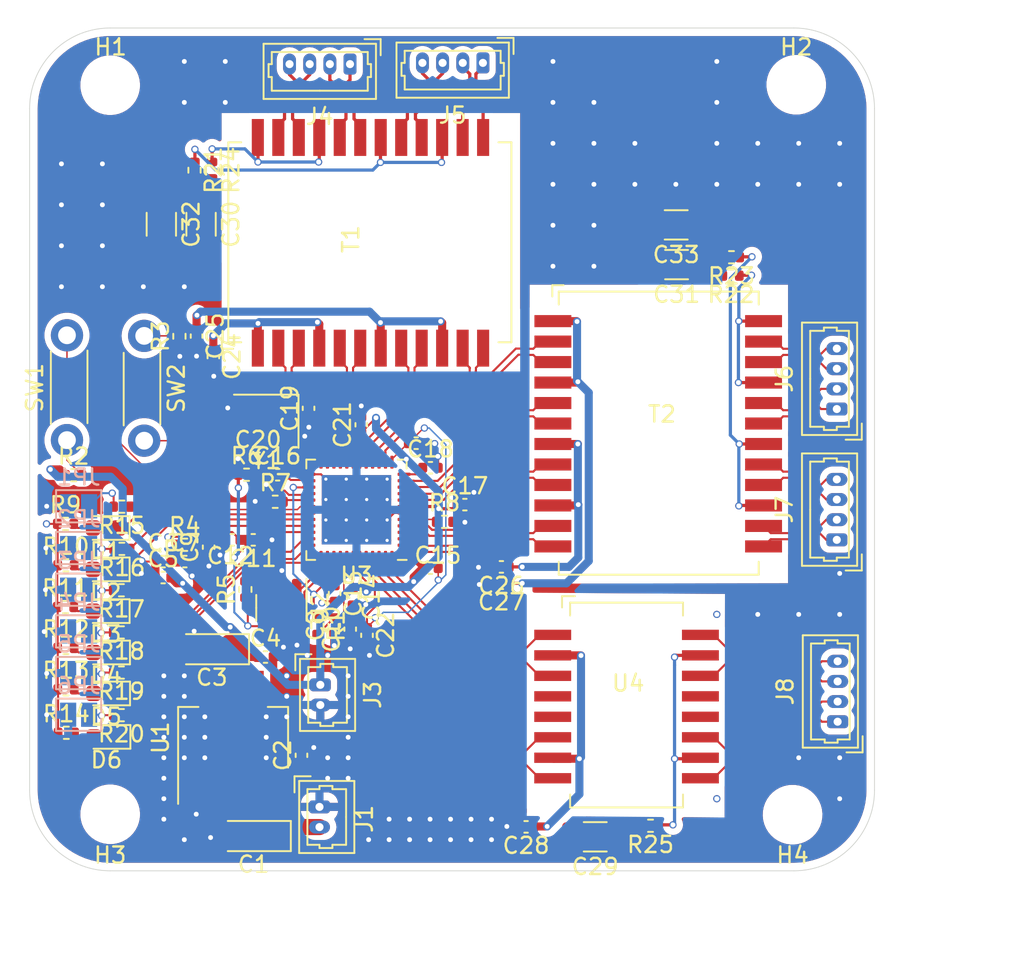
<source format=kicad_pcb>
(kicad_pcb (version 20230913) (generator pcbnew)
  (title_block (title "MUREX Ethernet Switch") (date "2023-09-27") (company "MUREX Robotics [Byran Huang and Max Liu]"))
  (layers (0 "F.Cu" mixed) (1 "In1.Cu" power) (2 "In2.Cu" power) (31 "B.Cu" mixed) (34 "B.Paste" user) (35 "F.Paste" user) (36 "B.SilkS" user "B.Silkscreen") (37 "F.SilkS" user "F.Silkscreen") (38 "B.Mask" user) (39 "F.Mask" user) (44 "Edge.Cuts" user))
  (net 0 "")
  (net 1 "GND")
  (net 2 "VCC")
  (net 3 "+1.1VA")
  (net 4 "+3.3V")
  (net 5 "+1.1V")
  (net 6 "/IP175G/RESETB")
  (net 7 "Net-(U3-OSCI)")
  (net 8 "Net-(U3-X2)")
  (net 9 "/Magnetics/CT4")
  (net 10 "/Magnetics/CT3")
  (net 11 "/Magnetics/CT1")
  (net 12 "/Magnetics/CT2")
  (net 13 "/Magnetics/CT0")
  (net 14 "Net-(C29-Pad1)")
  (net 15 "Earth")
  (net 16 "/Magnetics/REF0")
  (net 17 "/IP175G/F_POWER_OFF_LED{slash}VLAN_DIS")
  (net 18 "Net-(D1-A)")
  (net 19 "/IP175G/LINK_LED4{slash}Hi_PRI(2)")
  (net 20 "Net-(D2-A)")
  (net 21 "/IP175G/LIND_LED3{slash}Hi_PRI(1)")
  (net 22 "Net-(D3-A)")
  (net 23 "/IP175G/LINK_LED2{slash}REDUCE_IPG_EN")
  (net 24 "Net-(D4-A)")
  (net 25 "/IP175G/LINK_LED1{slash}SCLK{slash}BF_STM_DIS")
  (net 26 "Net-(D5-A)")
  (net 27 "/IP175G/LINK_LED0")
  (net 28 "Net-(D6-A)")
  (net 29 "/Magnetics/TX4+")
  (net 30 "/Magnetics/TX4-")
  (net 31 "/Magnetics/RX4+")
  (net 32 "/Magnetics/RX4-")
  (net 33 "/Magnetics/TX3+")
  (net 34 "/Magnetics/TX3-")
  (net 35 "/Magnetics/RX3+")
  (net 36 "/Magnetics/RX3-")
  (net 37 "/Magnetics/TX2+")
  (net 38 "/Magnetics/TX2-")
  (net 39 "/Magnetics/RX2+")
  (net 40 "/Magnetics/RX2-")
  (net 41 "/Magnetics/TX1+")
  (net 42 "/Magnetics/TX1-")
  (net 43 "/Magnetics/RX1+")
  (net 44 "/Magnetics/RX1-")
  (net 45 "/Magnetics/TX0+")
  (net 46 "/Magnetics/TX0-")
  (net 47 "/Magnetics/RX0+")
  (net 48 "/Magnetics/RX0-")
  (net 49 "Net-(JP1-A)")
  (net 50 "Net-(JP2-A)")
  (net 51 "Net-(JP3-A)")
  (net 52 "Net-(JP4-A)")
  (net 53 "Net-(JP5-A)")
  (net 54 "Net-(JP6-A)")
  (net 55 "Net-(R2-Pad2)")
  (net 56 "Net-(R3-Pad2)")
  (net 57 "/IP175G/SDA")
  (net 58 "Net-(U3-TEST1)")
  (net 59 "Net-(U3-BGRES)")
  (net 60 "/Magnetics/REF4")
  (net 61 "/IP175G/AFT")
  (net 62 "/IP175G/F_POWER_OFF")
  (net 63 "/IP175G/RXI4+")
  (net 64 "/IP175G/RXI4-")
  (net 65 "/IP175G/TXO3-")
  (net 66 "/IP175G/RXI3-")
  (net 67 "/IP175G/RXI3+")
  (net 68 "/IP175G/TXO2-")
  (net 69 "/IP175G/TXO2+")
  (net 70 "/IP175G/RXI2-")
  (net 71 "/IP175G/RXI2+")
  (net 72 "/IP175G/RXI1+")
  (net 73 "/IP175G/RXI1-")
  (net 74 "/IP175G/TXO1+")
  (net 75 "/IP175G/TXO1-")
  (net 76 "/IP175G/TXO3+")
  (net 77 "/IP175G/RXI0+")
  (net 78 "/IP175G/SCL")
  (net 79 "/IP175G/RXI0-")
  (net 80 "/IP175G/TXO0+")
  (net 81 "Net-(R21-Pad1)")
  (net 82 "Net-(R22-Pad1)")
  (net 83 "Net-(R23-Pad1)")
  (net 84 "Net-(R24-Pad1)")
  (net 89 "Net-(J1-Pin_2)")
  (net 90 "/Magnetics/REF2")
  (net 91 "/Magnetics/REF3")
  (net 92 "/Magnetics/REF1")
  (net 93 "/IP175G/TXO4-")
  (net 94 "/IP175G/TXO4+")
  (net 95 "/IP175G/TXO0-")
  (footprint "Resistor_SMD:R_0402_1005Metric" (layer "F.Cu") (at 148.2292 85.8012 180)
    (property "Reference" "R23")
    (property "Value" "75")
  )
  (footprint "LED_SMD:LED_0603_1608Metric" (layer "F.Cu") (at 109.4487 112.8522 180)
    (property "Reference" "D5")
    (property "Value" "~")
  )
  (footprint "MountingHole:MountingHole_3.2mm_M3" (layer "F.Cu") (at 109.7026 120.3452)
    (property "Reference" "H3")
    (property "Value" "MountingHole")
  )
  (footprint "Capacitor_SMD:C_0402_1005Metric" (layer "F.Cu") (at 120.0886 99.2886)
    (property "Reference" "C16")
    (property "Value" "0.1uF")
  )
  (footprint "Connector_Molex:Molex_PicoBlade_53047-0410_1x04_P1.25mm_Vertical" (layer "F.Cu") (at 154.813 114.6048 90)
    (property "Reference" "J8")
    (property "Value" "PHY 1")
  )
  (footprint "Resistor_SMD:R_0402_1005Metric" (layer "F.Cu") (at 106.9574 110.0328)
    (property "Reference" "R12")
    (property "Value" "75")
  )
  (footprint "Capacitor_SMD:C_0402_1005Metric" (layer "F.Cu") (at 112.9884 104.6734)
    (property "Reference" "C6")
    (property "Value" "22uF")
  )
  (footprint "Connector_Molex:Molex_PicoBlade_53047-0410_1x04_P1.25mm_Vertical" (layer "F.Cu") (at 154.7622 95.2154 90)
    (property "Reference" "J6")
    (property "Value" "PHY 3")
  )
  (footprint "BT16A07:BT16A07" (layer "F.Cu") (at 141.724 113.62)
    (property "Reference" "U4")
    (property "Value" "BT16A07" hide)
  )
  (footprint "Resistor_SMD:R_0402_1005Metric" (layer "F.Cu") (at 110.4008 114.1984 180)
    (property "Reference" "R20")
    (property "Value" "4.7k")
  )
  (footprint "Capacitor_SMD:C_1206_3216Metric" (layer "F.Cu") (at 112.8748 83.7574 -90)
    (property "Reference" "C32")
    (property "Value" "1nF 2KV (1206)")
  )
  (footprint "Capacitor_Tantalum_SMD:CP_EIA-3216-18_Kemet-A" (layer "F.Cu") (at 118.5952 121.694695 180)
    (property "Reference" "C1")
    (property "Value" "10uF")
  )
  (footprint "Capacitor_SMD:C_0402_1005Metric" (layer "F.Cu") (at 121.5644 116.6876 90)
    (property "Reference" "C2")
    (property "Value" "0.1uF")
  )
  (footprint "Resistor_SMD:R_0402_1005Metric" (layer "F.Cu") (at 106.932 107.4928)
    (property "Reference" "R11")
    (property "Value" "75")
  )
  (footprint "Package_DFN_QFN:QFN-48-1EP_6x6mm_P0.4mm_EP4.3x4.3mm_ThermalVias" (layer "F.Cu") (at 124.976199 101.461063 180)
    (property "Reference" "U3")
    (property "Value" "IP175G")
  )
  (footprint "Resistor_SMD:R_0402_1005Metric" (layer "F.Cu") (at 110.4008 111.5568 180)
    (property "Reference" "R19")
    (property "Value" "4.7k")
  )
  (footprint "Resistor_SMD:R_0402_1005Metric" (layer "F.Cu") (at 114.9322 80.4046 -90)
    (property "Reference" "R21")
    (property "Value" "75")
  )
  (footprint "Capacitor_SMD:C_0402_1005Metric" (layer "F.Cu") (at 116.1006 91.9616 -90)
    (property "Reference" "C24")
    (property "Value" "0.1uF")
  )
  (footprint "Capacitor_SMD:C_0402_1005Metric" (layer "F.Cu") (at 129.5628 98.8568)
    (property "Reference" "C18")
    (property "Value" "0.1uF")
  )
  (footprint "Capacitor_SMD:C_0402_1005Metric" (layer "F.Cu") (at 118.872 98.2726)
    (property "Reference" "C20")
    (property "Value" "30pF")
  )
  (footprint "Resistor_SMD:R_0402_1005Metric" (layer "F.Cu") (at 143.21 121.0564 180)
    (property "Reference" "R25")
    (property "Value" "75")
  )
  (footprint "MountingHole:MountingHole_3.2mm_M3" (layer "F.Cu") (at 109.7026 75.1332)
    (property "Reference" "H1")
    (property "Value" "MountingHole")
  )
  (footprint "Resistor_SMD:R_0402_1005Metric" (layer "F.Cu") (at 116.0244 80.4066 -90)
    (property "Reference" "R24")
    (property "Value" "75")
  )
  (footprint "Capacitor_SMD:C_0402_1005Metric" (layer "F.Cu") (at 133.9622 105.0036 180)
    (property "Reference" "C26")
    (property "Value" "0.1uF")
  )
  (footprint "Capacitor_SMD:C_0402_1005Metric" (layer "F.Cu") (at 115.0592 90.6916 -90)
    (property "Reference" "C25")
    (property "Value" "0.1uF")
  )
  (footprint "Resistor_SMD:R_0402_1005Metric" (layer "F.Cu") (at 106.9828 115.2906)
    (property "Reference" "R14")
    (property "Value" "75")
  )
  (footprint "Package_TO_SOT_SMD:SOT-23-5" (layer "F.Cu") (at 120.3198 107.5436 -90)
    (property "Reference" "U2")
    (property "Value" "24LC01")
  )
  (footprint "Connector_Molex:Molex_PicoBlade_53047-0410_1x04_P1.25mm_Vertical" (layer "F.Cu") (at 124.575 73.826 180)
    (property "Reference" "J4")
    (property "Value" "PHY 5")
  )
  (footprint "LED_SMD:LED_0603_1608Metric" (layer "F.Cu") (at 109.4232 107.7468 180)
    (property "Reference" "D3")
    (property "Value" "~")
  )
  (footprint "Capacitor_SMD:C_1206_3216Metric" (layer "F.Cu") (at 115.3386 83.7574 -90)
    (property "Reference" "C30")
    (property "Value" "1nF 2KV (1206)")
  )
  (footprint "Capacitor_SMD:C_0402_1005Metric" (layer "F.Cu") (at 117.2758 103.3272 180)
    (property "Reference" "C12")
    (property "Value" "47uF")
  )
  (footprint "Capacitor_SMD:C_0402_1005Metric" (layer "F.Cu") (at 135.4938 121.1254 180)
    (property "Reference" "C28")
    (property "Value" "0.1uF")
  )
  (footprint "MountingHole:MountingHole_3.2mm_M3" (layer "F.Cu") (at 152.2476 75.1078)
    (property "Reference" "H2")
    (property "Value" "MountingHole")
  )
  (footprint "Resistor_SMD:R_0402_1005Metric" (layer "F.Cu") (at 118.0846 106.4026 90)
    (property "Reference" "R5")
    (property "Value" "4.7k")
  )
  (footprint "Resistor_SMD:R_0402_1005Metric" (layer "F.Cu") (at 110.4262 103.886 180)
    (property "Reference" "R16")
    (property "Value" "4.7k")
  )
  (footprint "Capacitor_SMD:C_0402_1005Metric" (layer "F.Cu") (at 122.004 95.1712 90)
    (property "Reference" "C19")
    (property "Value" "30pF")
  )
  (footprint "Resistor_SMD:R_0402_1005Metric" (layer "F.Cu") (at 119.9368 100.965)
    (property "Reference" "R7")
    (property "Value" "470K")
  )
  (footprint "Capacitor_SMD:C_0402_1005Metric" (layer "F.Cu") (at 128.6764 97.3328)
    (property "Reference" "C23" hide)
    (property "Value" "0.1uF")
  )
  (footprint "LED_SMD:LED_0603_1608Metric" (layer "F.Cu") (at 109.4211 102.5906 180)
    (property "Reference" "D1")
    (property "Value" "~")
  )
  (footprint "Capacitor_SMD:C_0402_1005Metric" (layer "F.Cu") (at 118.5738 103.3272 180)
    (property "Reference" "C11")
    (property "Value" "22uF")
  )
  (footprint "Capacitor_SMD:C_0402_1005Metric" (layer "F.Cu") (at 123.5964 108.6384 90)
    (property "Reference" "C8")
    (property "Value" "4.7uF")
  )
  (footprint "Resistor_SMD:R_0402_1005Metric" (layer "F.Cu") (at 110.4008 109.0676 180)
    (property "Reference" "R18")
    (property "Value" "4.7k")
  )
  (footprint "Resistor_SMD:R_0402_1005Metric" (layer "F.Cu") (at 114.3274 103.632)
    (property "Reference" "R4")
    (property "Value" "0")
  )
  (footprint "Resistor_SMD:R_0402_1005Metric" (layer "F.Cu") (at 113.9952 90.7034 90)
    (property "Reference" "R3")
    (property "Value" "4.7k")
  )
  (footprint "Resistor_SMD:R_0402_1005Metric" (layer "F.Cu") (at 110.3988 106.4514 180)
    (property "Reference" "R17")
    (property "Value" "4.7k")
  )
  (footprint "Package_TO_SOT_SMD:SOT-223-3_TabPin2" (layer "F.Cu") (at 117.3252 115.598695 90)
    (property "Reference" "U1")
    (property "Value" "LM1117MP-3.3")
  )
  (footprint "Capacitor_SMD:C_0402_1005Metric" (layer "F.Cu") (at 124.7394 106.8832 -90)
    (property "Reference" "C14")
    (property "Value" "0.1uF")
  )
  (footprint "LED_SMD:LED_0603_1608Metric" (layer "F.Cu") (at 109.4231 105.156 180)
    (property "Reference" "D2")
    (property "Value" "~")
  )
  (footprint "QT24A23:QT24A23" (layer "F.Cu") (at 125.8288 84.875 90)
    (property "Reference" "T1")
    (property "Value" "QT24A23-ALT")
  )
  (footprint "Resistor_SMD:R_0402_1005Metric" (layer "F.Cu") (at 118.1588 99.2886)
    (property "Reference" "R6")
    (property "Value" "470K")
  )
  (footprint "Resistor_SMD:R_0402_1005Metric" (layer "F.Cu") (at 106.934 102.3366)
    (property "Reference" "R9")
    (property "Value" "75")
  )
  (footprint "Capacitor_SMD:C_1206_3216Metric" (layer "F.Cu") (at 144.802 83.7946 180)
    (property "Reference" "C33")
    (property "Value" "1nF 2KV (1206)")
  )
  (footprint "Capacitor_SMD:C_0402_1005Metric" (layer "F.Cu") (at 114.332 104.6734)
    (property "Reference" "C7")
    (property "Value" "47uF")
  )
  (footprint "MountingHole:MountingHole_3.2mm_M3" (layer "F.Cu") (at 152.019 120.3706)
    (property "Reference" "H4")
    (property "Value" "MountingHole")
  )
  (footprint "Capacitor_SMD:C_0402_1005Metric" (layer "F.Cu") (at 129.5628 105.0798)
    (property "Reference" "C15")
    (property "Value" "0.1uF")
  )
  (footprint "Resistor_SMD:R_0402_1005Metric" (layer "F.Cu") (at 148.2038 86.9442 180)
    (property "Reference" "R22")
    (property "Value" "75")
  )
  (footprint "Resistor_SMD:R_0402_1005Metric" (layer "F.Cu") (at 130.431 102.2096)
    (property "Reference" "R8")
    (property "Value" "6.2k 1%")
  )
  (footprint "Connector_Molex:Molex_PicoBlade_53047-0210_1x02_P1.25mm_Vertical" (layer "F.Cu") (at 122.682 119.888 -90)
    (property "Reference" "J1")
    (property "Value" "LDO IN")
  )
  (footprint "6MM SW SLIM:SW_PUSH_6mm_SLIM" (layer "F.Cu") (at 107.0236 97.1418 90)
    (property "Reference" "SW1")
    (property "Value" "AFT")
  )
  (footprint "LED_SMD:LED_0603_1608Metric" (layer "F.Cu") (at 109.4445 110.3122 180)
    (property "Reference" "D4")
    (property "Value" "~")
  )
  (footprint "Capacitor_SMD:C_0402_1005Metric" (layer "F.Cu") (at 131.6964 101.1428)
    (property "Reference" "C17")
    (property "Value" "0.1uF")
  )
  (footprint "QT24A23:QT24A23" (layer "F.Cu") (at 143.7198 96.733599)
    (property "Reference" "T2")
    (property "Value" "QT24A23")
  )
  (footprint "Capacitor_SMD:C_1206_3216Metric" (layer "F.Cu") (at 144.8256 86.2584 180)
    (property "Reference" "C31")
    (property "Value" "1nF 2KV (1206)")
  )
  (footprint "Connector_Molex:Molex_PicoBlade_53047-0410_1x04_P1.25mm_Vertical" (layer "F.Cu") (at 154.7622 103.3272 90)
    (property "Reference" "J7")
    (property "Value" "PHY 2")
  )
  (footprint "Capacitor_SMD:C_0402_1005Metric" (layer "F.Cu") (at 115.8078 103.7818 90)
    (property "Reference" "C9")
    (property "Value" "0.1uF")
  )
  (footprint "Capacitor_SMD:C_0402_1005Metric" (layer "F.Cu") (at 124.587 108.8644 90)
    (property "Reference" "C10")
    (property "Value" "10uF/NC")
  )
  (footprint "Resistor_SMD:R_0402_1005Metric" (layer "F.Cu") (at 106.9614 112.5982)
    (property "Reference" "R13")
    (property "Value" "75")
  )
  (footprint "Connector_Molex:Molex_PicoBlade_53047-0210_1x02_P1.25mm_Vertical" (layer "F.Cu") (at 122.7328 112.3188 -90)
    (property "Reference" "J3")
    (property "Value" "3.3V IN")
  )
  (footprint "LED_SMD:LED_0603_1608Metric" (layer "F.Cu") (at 109.4701 115.5446 180)
    (property "Reference" "D6")
    (property "Value" "~")
  )
  (footprint "Capacitor_SMD:C_0402_1005Metric" (layer "F.Cu") (at 133.9622 106.0196 180)
    (property "Reference" "C27")
    (property "Value" "0.1uF")
  )
  (footprint "Capacitor_SMD:C_0402_1005Metric" (layer "F.Cu") (at 125.6284 109.248 -90)
    (property "Reference" "C22")
    (property "Value" "0.1uF")
  )
  (footprint "6MM SW SLIM:SW_PUSH_6mm_SLIM" (layer "F.Cu") (at 111.8108 90.678 -90)
    (property "Reference" "SW2")
    (property "Value" "F_PWR_OFF")
  )
  (footprint "Capacitor_SMD:C_0402_1005Metric" (layer "F.Cu") (at 125.2728 96.1924 90)
    (property "Reference" "C21")
    (property "Value" "0.1uF")
  )
  (footprint "Capacitor_SMD:C_0402_1005Metric" (layer "F.Cu") (at 119.3318 110.5916)
    (property "Reference" "C4")
    (property "Value" "0.1uF")
  )
  (footprint "Resistor_SMD:R_0402_1005Metric" (layer "F.Cu") (at 110.4262 101.2698 180)
    (property "Reference" "R15")
    (property "Value" "4.7k")
  )
  (footprint "Capacitor_SMD:C_0402_1005Metric" (layer "F.Cu") (at 112.9858 105.664)
    (property "Reference" "C5")
    (property "Value" "0.1uF")
  )
  (footprint "Capacitor_Tantalum_SMD:CP_EIA-3216-18_Kemet-A" (layer "F.Cu") (at 116.0044 110.109 180)
    (property "Reference" "C3")
    (property "Value" "10uF")
  )
  (footprint "Capacitor_SMD:C_0402_1005Metric" (layer "F.Cu") (at 123.6218 106.6546 -90)
    (property "Reference" "C13")
    (property "Value" "0.1uF")
  )
  (footprint "Capacitor_SMD:C_1206_3216Metric" (layer "F.Cu") (at 139.781 121.7422 180)
    (property "Reference" "C29")
    (property "Value" "1nF 2KV (1206)")
  )
  (footprint "Resistor_SMD:R_0402_1005Metric" (layer "F.Cu") (at 122.555 108.6632 -90)
    (property "Reference" "R1")
    (property "Value" "0")
  )
  (footprint "Crystal:Crystal_SMD_3225-4Pin_3.2x2.5mm" (layer "F.Cu") (at 119.38 95.973 180)
    (property "Reference" "Y1")
    (property "Value" "25MHz")
  )
  (footprint "Resistor_SMD:R_0402_1005Metric" (layer "F.Cu") (at 107.44 99.314)
    (property "Reference" "R2")
    (property "Value" "4.7k")
  )
  (footprint "Connector_Molex:Molex_PicoBlade_53047-0410_1x04_P1.25mm_Vertical" (layer "F.Cu") (at 132.8166 73.7498 180)
    (property "Reference" "J5")
    (property "Value" "PHY 4")
  )
  (footprint "Resistor_SMD:R_0402_1005Metric" (layer "F.Cu") (at 106.9574 104.902)
    (property "Reference" "R10")
    (property "Value" "75")
  )
  (footprint "Jumper:SolderJumper-2_P1.3mm_Open_Pad1.0x1.5mm" (layer "B.Cu") (at 107.7468 114.173 180)
    (property "Reference" "JP6")
    (property "Value" "SEL")
  )
  (footprint "Jumper:SolderJumper-2_P1.3mm_Open_Pad1.0x1.5mm" (layer "B.Cu") (at 107.7468 101.2444 180)
    (property "Reference" "JP1")
    (property "Value" "SEL")
  )
  (footprint "Jumper:SolderJumper-2_P1.3mm_Open_Pad1.0x1.5mm" (layer "B.Cu") (at 107.7468 111.5882 180)
    (property "Reference" "JP5")
    (property "Value" "SEL")
  )
  (footprint "Jumper:SolderJumper-2_P1.3mm_Open_Pad1.0x1.5mm" (layer "B.Cu") (at 107.7448 106.4186 180)
    (property "Reference" "JP3")
    (property "Value" "SEL")
  )
  (footprint "Jumper:SolderJumper-2_P1.3mm_Open_Pad1.0x1.5mm" (layer "B.Cu") (at 107.7468 109.0034 180)
    (property "Reference" "JP4")
    (property "Value" "SEL")
  )
  (footprint "Jumper:SolderJumper-2_P1.3mm_Open_Pad1.0x1.5mm" (layer "B.Cu") (at 107.7468 103.8338 180)
    (property "Reference" "JP2")
    (property "Value" "SEL")
  )
  (gr_arc (start 152.099 71.585934) (mid 155.634534 73.0504) (end 157.099 76.585934) (stroke (width 0.05)) (layer "Edge.Cuts"))
  (gr_line (start 152.099 123.8504) (end 109.707534 123.8504) (stroke (width 0.05)) (layer "Edge.Cuts"))
  (gr_line (start 109.707534 71.585934) (end 152.099 71.585934) (stroke (width 0.05)) (layer "Edge.Cuts"))
  (gr_line (start 104.707534 118.8504) (end 104.707534 76.585934) (stroke (width 0.05)) (layer "Edge.Cuts"))
  (gr_line (start 157.099 76.585934) (end 157.099 118.8504) (stroke (width 0.05)) (layer "Edge.Cuts"))
  (gr_arc (start 109.707534 123.8504) (mid 106.172 122.385934) (end 104.707534 118.8504) (stroke (width 0.05)) (layer "Edge.Cuts"))
  (gr_arc (start 104.707534 76.585934) (mid 106.171999 73.050398) (end 109.707534 71.585934) (stroke (width 0.05)) (layer "Edge.Cuts"))
  (gr_arc (start 157.099 118.8504) (mid 155.634534 122.385934) (end 152.099 123.8504) (stroke (width 0.05)) (layer "Edge.Cuts"))
  (segment (start 130.0428 105.0798) (end 130.0428 105.8112) (width 0.09) (layer "F.Cu") (net 1))
  (segment (start 118.6942 100.9396) (end 119.4014 100.9396) (width 0.125) (layer "F.Cu") (net 1))
  (segment (start 122.776199 99.261063) (end 123.076199 99.561063) (width 0.125) (layer "F.Cu") (net 1))
  (segment (start 120.48 96.823) (end 121.6896 96.823) (width 0.09) (layer "F.Cu") (net 1))
  (segment (start 129.1564 97.3328) (end 129.7966 97.3328) (width 0.125) (layer "F.Cu") (net 1))
  (segment (start 120.4214 109.982) (end 119.8118 110.5916) (width 0.09) (layer "F.Cu") (net 1))
  (segment (start 122.026199 99.261063) (end 122.776199 99.261063) (width 0.125) (layer "F.Cu") (net 1))
  (segment (start 122.0216 96.3422) (end 122.0216 95.6688) (width 0.09) (layer "F.Cu") (net 1))
  (segment (start 125.7808 110.49) (end 125.7808 109.8804) (width 0.09) (layer "F.Cu") (net 1))
  (segment (start 115.824 104.278) (end 115.8078 104.2618) (width 0.1994) (layer "F.Cu") (net 1))
  (segment (start 119.7356 103.3272) (end 119.0538 103.3272) (width 0.1994) (layer "F.Cu") (net 1))
  (segment (start 116.1006 93.1554) (end 116.126 93.1808) (width 0.125) (layer "F.Cu") (net 1))
  (segment (start 122.3238 116.2076) (end 122.3264 116.205) (width 0.09) (layer "F.Cu") (net 1))
  (segment (start 129.2352 97.3328) (end 129.2606 97.3582) (width 0.125) (layer "F.Cu") (net 1))
  (segment (start 124.7394 107.3632) (end 125.5294 107.3632) (width 0.125) (layer "F.Cu") (net 1))
  (segment (start 118.392 98.2726) (end 117.6528 98.2726) (width 0.125) (layer "F.Cu") (net 1))
  (segment (start 111.891 105.664) (end 111.637 105.41) (width 0.125) (layer "F.Cu") (net 1))
  (segment (start 120.3452 105.2322) (end 120.3452 106.3807) (width 0.125) (layer "F.Cu") (net 1))
  (segment (start 119.38 99.9236) (end 119.6086 99.695) (width 0.125) (layer "F.Cu") (net 1))
  (segment (start 114.0206 91.948) (end 114.0206 91.2388) (width 0.09) (layer "F.Cu") (net 1))
  (segment (start 120.4468 109.982) (end 120.4214 109.982) (width 0.09) (layer "F.Cu") (net 1))
  (segment (start 123.5964 109.1184) (end 123.5964 109.8804) (width 0.125) (layer "F.Cu") (net 1))
  (segment (start 124.587 109.3444) (end 124.587 110.0836) (width 0.125) (layer "F.Cu") (net 1))
  (segment (start 121.285 109.855) (end 121.285 108.696301) (width 0.125) (layer "F.Cu") (net 1))
  (segment (start 116.745 104.0358) (end 116.5138 104.267) (width 0.125) (layer "F.Cu") (net 1))
  (segment (start 134.3 121.1) (end 134.9884 121.1) (width 0.5) (layer "F.Cu") (net 1))
  (segment (start 116.7958 103.3272) (end 116.7958 104.0358) (width 0.125) (layer "F.Cu") (net 1))
  (segment (start 130.0428 98.1658) (end 130.0226 98.1456) (width 0.125) (layer "F.Cu") (net 1))
  (segment (start 132.6694 106.0196) (end 132.5932 106.0958) (width 0.125) (layer "F.Cu") (net 1))
  (segment (start 122.0216 95.6688) (end 122.004 95.6512) (width 0.09) (layer "F.Cu") (net 1))
  (segment (start 117.6528 98.2726) (end 117.6274 98.298) (width 0.125) (layer "F.Cu") (net 1))
  (segment (start 118.28 95.123) (end 117.0178 95.123) (width 0.09) (layer "F.Cu") (net 1))
  (segment (start 132.5678 105.0036) (end 132.5424 105.029) (width 0.125) (layer "F.Cu") (net 1))
  (segment (start 125.7808 109.8804) (end 125.6284 109.728) (width 0.09) (layer "F.Cu") (net 1))
  (segment (start 116.7958 104.0358) (end 116.745 104.0358) (width 0.125) (layer "F.Cu") (net 1))
  (segment (start 115.0392 120.3398) (end 115.0392 118.762695) (width 0.5) (layer "F.Cu") (net 1))
  (segment (start 122.9386 107.1346) (end 122.8344 107.2388) (width 0.125) (layer "F.Cu") (net 1))
  (segment (start 130.0428 105.8112) (end 130.048 105.8164) (width 0.09) (layer "F.Cu") (net 1))
  (segment (start 133.4822 105.0036) (end 132.5678 105.0036) (width 0.125) (layer "F.Cu") (net 1))
  (segment (start 115.0392 118.762695) (end 115.0252 118.748695) (width 0.5) (layer "F.Cu") (net 1))
  (segment (start 125.2728 95.0214) (end 125.2728 95.7124) (width 0.125) (layer "F.Cu") (net 1))
  (segment (start 116.1006 92.4416) (end 116.1006 93.1554) (width 0.125) (layer "F.Cu") (net 1))
  (segment (start 127.926199 101.661062) (end 127.309533 101.661062) (width 0.125) (layer "F.Cu") (net 1))
  (segment (start 114.0206 91.2388) (end 113.9952 91.2134) (width 0.09) (layer "F.Cu") (net 1))
  (segment (start 119.6086 99.695) (end 119.6086 99.2886) (width 0.125) (layer "F.Cu") (net 1))
  (segment (start 119.38 99.8982) (end 119.38 99.9236) (width 0.125) (layer "F.Cu") (net 1))
  (segment (start 131.699 102.235) (end 130.9664 102.235) (width 0.09) (layer "F.Cu") (net 1))
  (segment (start 121.6896 96.823) (end 121.7676 96.901) (width 0.09) (layer "F.Cu") (net 1))
  (segment (start 114.6544 110.109) (end 114.6544 109.2466) (width 0.09) (layer "F.Cu") (net 1))
  (segment (start 116.021105 121.694695) (end 115.9282 121.7876) (width 0.5) (layer "F.Cu") (net 1))
  (segment (start 115.824 104.9528) (end 115.824 104.278) (width 0.1994) (layer "F.Cu") (net 1))
  (segment (start 125.5294 107.3632) (end 125.5522 107.3404) (width 0.125) (layer "F.Cu") (net 1))
  (segment (start 114.6544 109.2466) (end 114.9096 108.9914) (width 0.09) (layer "F.Cu") (net 1))
  (segment (start 112.5058 105.664) (end 111.891 105.664) (width 0.125) (layer "F.Cu") (net 1))
  (segment (start 127.309533 101.661062) (end 126.876199 102.094396) (width 0.125) (layer "F.Cu") (net 1))
  (segment (start 115.0592 91.1716) (end 115.0592 91.9362) (width 0.125) (layer "F.Cu") (net 1))
  (segment (start 130.0428 98.8568) (end 130.0428 98.1658) (width 0.125) (layer "F.Cu") (net 1))
  (segment (start 132.1764 101.1428) (end 132.1764 100.4622) (width 0.09) (layer "F.Cu") (net 1))
  (segment (start 132.1764 100.4622) (end 132.2578 100.3808) (width 0.09) (layer "F.Cu") (net 1))
  (segment (start 117.0178 95.123) (end 116.9924 95.1484) (width 0.09) (layer "F.Cu") (net 1))
  (segment (start 123.6218 107.1346) (end 122.9386 107.1346) (width 0.125) (layer "F.Cu") (net 1))
  (segment (start 121.5644 116.2076) (end 122.3238 116.2076) (width 0.09) (layer "F.Cu") (net 1))
  (segment (start 120.3452 106.3807) (end 120.3198 106.4061) (width 0.125) (layer "F.Cu") (net 1))
  (segment (start 114.812 105.537) (end 114.7866 105.5624) (width 0.125) (layer "F.Cu") (net 1))
  (segment (start 117.2452 121.694695) (end 116.021105 121.694695) (width 0.5) (layer "F.Cu") (net 1))
  (segment (start 114.812 104.6734) (end 114.812 105.537) (width 0.125) (layer "F.Cu") (net 1))
  (segment (start 130.9664 102.235) (end 130.941 102.2096) (width 0.09) (layer "F.Cu") (net 1))
  (segment (start 112.5084 104.6734) (end 111.7132 104.6734) (width 0.125) (layer "F.Cu") (net 1))
  (segment (start 111.7132 104.6734) (end 111.6624 104.6226) (width 0.125) (layer "F.Cu") (net 1))
  (segment (start 133.4822 106.0196) (end 132.6694 106.0196) (width 0.125) (layer "F.Cu") (net 1))
  (segment (start 121.285 108.696301) (end 121.269799 108.6811) (width 0.125) (layer "F.Cu") (net 1))
  (via (at 152.4 116.84) (size 0.45) (drill 0.3) (layers "F.Cu" "B.Cu") (net 1))
  (via (at 134.3 121.1) (size 0.45) (drill 0.3) (layers "F.Cu" "B.Cu") (net 1))
  (via (at 154.94 105.41) (size 0.45) (drill 0.3) (layers "F.Cu" "B.Cu") (net 1))
  (via (at 114.3 73.66) (size 0.45) (drill 0.3) (layers "F.Cu" "B.Cu") (net 1))
  (via (at 111.6624 104.6226) (size 0.45) (drill 0.3) (layers "F.Cu" "B.Cu") (net 1))
  (via (at 113.03 115.57) (size 0.45) (drill 0.3) (layers "F.Cu" "B.Cu") (net 1))
  (via (at 131.699 102.235) (size 0.45) (drill 0.3) (layers "F.Cu" "B.Cu") (net 1))
  (via (at 114.3 111.76) (size 0.45) (drill 0.3) (layers "F.Cu" "B.Cu") (net 1))
  (via (at 121.285 109.855) (size 0.45) (drill 0.3) (layers "F.Cu" "B.Cu") (net 1))
  (via (at 115.57 114.3) (size 0.45) (drill 0.3) (layers "F.Cu" "B.Cu") (net 1))
  (via (at 114.3 121.92) (size 0.45) (drill 0.3) (layers "F.Cu" "B.Cu") (net 1))
  (via (at 132.08 120.65) (size 0.45) (drill 0.3) (layers "F.Cu" "B.Cu") (net 1))
  (via (at 152.4 107.95) (size 0.45) (drill 0.3) (layers "F.Cu" "B.Cu") (net 1))
  (via (at 116.9924 95.1484) (size 0.45) (drill 0.3) (layers "F.Cu" "B.Cu") (net 1))
  (via (at 114.3 113.03) (size 0.45) (drill 0.3) (layers "F.Cu" "B.Cu") (net 1))
  (via (at 120.65 114.3) (size 0.45) (drill 0.3) (layers "F.Cu" "B.Cu") (net 1))
  (via (at 125.73 121.92) (size 0.45) (drill 0.3) (layers "F.Cu" "B.Cu") (net 1))
  (via (at 113.03 120.65) (size 0.45) (drill 0.3) (layers "F.Cu" "B.Cu") (net 1))
  (via (at 105.7148 103.8352) (size 0.45) (drill 0.3) (layers "F.Cu" "B.Cu") (net 1))
  (via (at 113.03 111.76) (size 0.45) (drill 0.3) (layers "F.Cu" "B.Cu") (net 1))
  (via (at 114.3 114.3) (size 0.45) (drill 0.3) (layers "F.Cu" "B.Cu") (net 1))
  (via (at 113.03 114.3) (size 0.45) (drill 0.3) (layers "F.Cu" "B.Cu") (net 1))
  (via (at 142.24 81.28) (size 0.45) (drill 0.3) (layers "F.Cu" "B.Cu") (net 1))
  (via (at 137.16 76.2) (size 0.45) (drill 0.3) (layers "F.Cu" "B.Cu") (net 1))
  (via (at 115.57 116.84) (size 0.45) (drill 0.3) (layers "F.Cu" "B.Cu") (net 1))
  (via (at 137.16 78.74) (size 0.45) (drill 0.3) (layers "F.Cu" "B.Cu") (net 1))
  (via (at 128.27 121.92) (size 0.45) (drill 0.3) (layers "F.Cu" "B.Cu") (net 1))
  (via (at 109.22 80.01) (size 0.45) (drill 0.3) (layers "F.Cu" "B.Cu") (net 1))
  (via (at 132.08 121.92) (size 0.45) (drill 0.3) (layers "F.Cu" "B.Cu") (net 1))
  (via (at 123.19 118.11) (size 0.45) (drill 0.3) (layers "F.Cu" "B.Cu") (net 1))
  (via (at 113.03 116.84) (size 0.45) (drill 0.3) (layers "F.Cu" "B.Cu") (net 1))
  (via (at 120.65 111.76) (size 0.45) (drill 0.3) (layers "F.Cu" "B.Cu") (net 1))
  (via (at 120.3452 105.2322) (size 0.45) (drill 0.3) (layers "F.Cu" "B.Cu") (net 1))
  (via (at 116.126 93.1808) (size 0.45) (drill 0.3) (layers "F.Cu" "B.Cu") (net 1))
  (via (at 130.048 105.8164) (size 0.45) (drill 0.3) (layers "F.Cu" "B.Cu") (net 1))
  (via (at 114.3 76.2) (size 0.45) (drill 0.3) (layers "F.Cu" "B.Cu") (net 1))
  (via (at 132.2578 100.3808) (size 0.45) (drill 0.3) (layers "F.Cu" "B.Cu") (net 1))
  (via (at 125.2728 95.0214) (size 0.45) (drill 0.3) (layers "F.Cu" "B.Cu") (net 1))
  (via (at 154.94 116.84) (size 0.45) (drill 0.3) (layers "F.Cu" "B.Cu") (net 1))
  (via (at 115.0392 120.3398) (size 0.45) (drill 0.3) (layers "F.Cu" "B.Cu") (net 1))
  (via (at 118.6942 100.9396) (size 0.45) (drill 0.3) (layers "F.Cu" "B.Cu") (net 1))
  (via (at 133.35 120.65) (size 0.45) (drill 0.3) (layers "F.Cu" "B.Cu") (net 1))
  (via (at 152.4 81.28) (size 0.45) (drill 0.3) (layers "F.Cu" "B.Cu") (net 1))
  (via (at 116.5138 104.267) (size 0.45) (drill 0.3) (layers "F.Cu" "B.Cu") (net 1))
  (via (at 129.54 120.65) (size 0.45) (drill 0.3) (layers "F.Cu" "B.Cu") (net 1))
  (via (at 132.5932 106.0958) (size 0.45) (drill 0.3) (layers "F.Cu" "B.Cu") (net 1))
  (via (at 144.78 81.28) (size 0.45) (drill 0.3) (layers "F.Cu" "B.Cu") (net 1))
  (via (at 109.22 87.63) (size 0.45) (drill 0.3) (layers "F.Cu" "B.Cu") (net 1))
  (via (at 130.81 120.65) (size 0.45) (drill 0.3) (layers "F.Cu" "B.Cu") (net 1))
  (via (at 106.68 87.63) (size 0.45) (drill 0.3) (layers "F.Cu" "B.Cu") (net 1))
  (via (at 124.587 110.0836) (size 0.45) (drill 0.3) (layers "F.Cu" "B.Cu") (net 1))
  (via (at 115.824 104.9528) (size 0.45) (drill 0.3) (layers "F.Cu" "B.Cu") (net 1))
  (via (at 115.0592 91.9362) (size 0.45) (drill 0.3) (layers "F.Cu" "B.Cu") (net 1))
  (via (at 114.3 115.57) (size 0.45) (drill 0.3) (layers "F.Cu" "B.Cu") (net 1))
  (via (at 124.46 113.03) (size 0.45) (drill 0.3) (layers "F.Cu" "B.Cu") (net 1))
  (via (at 120.4468 109.982) (size 0.45) (drill 0.3) (layers "F.Cu" "B.Cu") (net 1))
  (via (at 154.94 81.28) (size 0.45) (drill 0.3) (layers "F.Cu" "B.Cu") (net 1))
  (via (at 124.46 114.3) (size 0.45) (drill 0.3) (layers "F.Cu" "B.Cu") (net 1))
  (via (at 109.22 85.09) (size 0.45) (drill 0.3) (layers "F.Cu" "B.Cu") (net 1))
  (via (at 139.7 86.36) (size 0.45) (drill 0.3) (layers "F.Cu" "B.Cu") (net 1))
  (via (at 123.5964 109.8804) (size 0.45) (drill 0.3) (layers "F.Cu" "B.Cu") (net 1))
  (via (at 105.7656 101.2444) (size 0.45) (drill 0.3) (layers "F.Cu" "B.Cu") (net 1))
  (via (at 124.46 115.57) (size 0.45) (drill 0.3) (layers "F.Cu" "B.Cu") (net 1))
  (via (at 124.46 116.84) (size 0.45) (drill 0.3) (layers "F.Cu" "B.Cu") (net 1))
  (via (at 125.5522 107.3404) (size 0.45) (drill 0.3) (layers "F.Cu" "B.Cu") (net 1))
  (via (at 122.8344 107.2388) (size 0.45) (drill 0.3) (layers "F.Cu" "B.Cu") (net 1))
  (via (at 124.46 111.76) (size 0.45) (drill 0.3) (layers "F.Cu" "B.Cu") (net 1))
  (via (at 116.84 73.66) (size 0.45) (drill 0.3) (layers "F.Cu" "B.Cu") (net 1))
  (via (at 111.76 87.63) (size 0.45) (drill 0.3) (layers "F.Cu" "B.Cu") (net 1))
  (via (at 113.03 118.11) (size 0.45) (drill 0.3) (layers "F.Cu" "B.Cu") (net 1))
  (via (at 115.57 115.57) (size 0.45) (drill 0.3) (layers "F.Cu" "B.Cu") (net 1))
  (via (at 114.9096 108.9914) (size 0.45) (drill 0.3) (layers "F.Cu" "B.Cu") (net 1))
  (via (at 147.32 81.28) (size 0.45) (drill 0.3) (layers "F.Cu" "B.Cu") (net 1))
  (via (at 119.38 114.3) (size 0.45) (drill 0.3) (layers "F.Cu" "B.Cu") (net 1))
  (via (at 154.94 78.74) (size 0.45) (drill 0.3) (layers "F.Cu" "B.Cu") (net 1))
  (via (at 109.22 82.55) (size 0.45) (drill 0.3) (layers "F.Cu" "B.Cu") (net 1))
  (via (at 129.54 121.92) (size 0.45) (drill 0.3) (layers "F.Cu" "B.Cu") (net 1))
  (via (at 116.84 76.2) (size 0.45) (drill 0.3) (layers "F.Cu" "B.Cu") (net 1))
  (via (at 111.637 105.41) (size 0.45) (drill 0.3) (layers "F.Cu" "B.Cu") (net 1))
  (via (at 139.7 83.82) (size 0.45) (drill 0.3) (layers "F.Cu" "B.Cu") (net 1))
  (via (at 114.7866 105.5624) (size 0.45) (drill 0.3) (layers "F.Cu" "B.Cu") (net 1))
  (via (at 119.38 99.8982) (size 0.45) (drill 0.3) (layers "F.Cu" "B.Cu") (net 1))
  (via (at 149.86 107.95) (size 0.45) (drill 0.3) (layers "F.Cu" "B.Cu") (net 1))
  (via (at 115.9282 121.7876) (size 0.45) (drill 0.3) (layers "F.Cu" "B.Cu") (net 1))
  (via (at 125.7808 110.49) (size 0.45) (drill 0.3) (layers "F.Cu" "B.Cu") (net 1))
  (via (at 127 121.92) (size 0.45) (drill 0.3) (layers "F.Cu" "B.Cu") (net 1))
  (via (at 128.27 120.65) (size 0.45) (drill 0.3) (layers "F.Cu" "B.Cu") (net 1))
  (via (at 121.92 110.49) (size 0.45) (drill 0.3) (layers "F.Cu" "B.Cu") (net 1))
  (via (at 114.3 87.63) (size 0.45) (drill 0.3) (layers "F.Cu" "B.Cu") (net 1))
  (via (at 147.32 107.95) (size 0.45) (drill 0.3) (layers "F.Cu" "B.Cu") (net 1))
  (via (at 120.65 113.03) (size 0.45) (drill 0.3) (layers "F.Cu" "B.Cu") (net 1))
  (via (at 106.68 82.55) (size 0.45) (drill 0.3) (layers "F.Cu" "B.Cu") (net 1))
  (via (at 119.38 116.84) (size 0.45) (drill 0.3) (layers "F.Cu" "B.Cu") (net 1))
  (via (at 139.7 81.28) (size 0.45) (drill 0.3) (layers "F.Cu" "B.Cu") (net 1))
  (via (at 105.7656 114.173) (size 0.45) (drill 0.3) (layers "F.Cu" "B.Cu") (net 1))
  (via (at 122.3264 116.205) (size 0.45) (drill 0.3) (layers "F.Cu" "B.Cu") (net 1))
  (via (at 142.24 78.74) (size 0.45) (drill 0.3) (layers "F.Cu" "B.Cu") (net 1))
  (via (at 119.7356 103.3272) (size 0.45) (drill 0.3) (layers "F.Cu" "B.Cu") (net 1))
  (via (at 130.81 121.92) (size 0.45) (drill 0.3) (layers "F.Cu" "B.Cu") (net 1))
  (via (at 154.94 107.95) (size 0.45) (drill 0.3) (layers "F.Cu" "B.Cu") (net 1))
  (via (at 105.7656 111.6076) (size 0.45) (drill 0.3) (layers "F.Cu" "B.Cu") (net 1))
  (via (at 147.32 73.66) (size 0.45) (drill 0.3) (layers "F.Cu" "B.Cu") (net 1))
  (via (at 105.6132 109.0168) (size 0.45) (drill 0.3) (layers "F.Cu" "B.Cu") (net 1))
  (via (at 137.16 83.82) (size 0.45) (drill 0.3) (layers "F.Cu" "B.Cu") (net 1))
  (via (at 137.16 73.66) (size 0.45) (drill 0.3) (layers "F.Cu" "B.Cu") (net 1))
  (via (at 106.68 80.01) (size 0.45) (drill 0.3) (layers "F.Cu" "B.Cu") (net 1))
  (via (at 139.7 78.74) (size 0.45) (drill 0.3) (layers "F.Cu" "B.Cu") (net 1))
  (via (at 147.32 78.74) (size 0.45) (drill 0.3) (layers "F.Cu" "B.Cu") (net 1))
  (via (at 147.32 76.2) (size 0.45) (drill 0.3) (layers "F.Cu" "B.Cu") (net 1))
  (via (at 139.7 76.2) (size 0.45) (drill 0.3) (layers "F.Cu" "B.Cu") (net 1))
  (via (at 132.5424 105.029) (size 0.45) (drill 0.3) (layers "F.Cu" "B.Cu") (net 1))
  (via (at 129.822 97.3582) (size 0.45) (drill 0.3) (layers "F.Cu" "B.Cu") (net 1))
  (via (at 130.0226 98.1456) (size 0.45) (drill 0.3) (layers "F.Cu" "B.Cu") (net 1))
  (via (at 114.3 116.84) (size 0.45) (drill 0.3) (layers "F.Cu" "B.Cu") (net 1))
  (via (at 106.68 85.09) (size 0.45) (drill 0.3) (layers "F.Cu" "B.Cu") (net 1))
  (via (at 137.16 81.28) (size 0.45) (drill 0.3) (layers "F.Cu" "B.Cu") (net 1))
  (via (at 114.0206 91.948) (size 0.45) (drill 0.3) (layers "F.Cu" "B.Cu") (net 1))
  (via (at 121.7676 96.901) (size 0.45) (drill 0.3) (layers "F.Cu" "B.Cu") (net 1))
  (via (at 122.0216 96.3422) (size 0.45) (drill 0.3) (layers "F.Cu" "B.Cu") (net 1))
  (via (at 149.86 78.74) (size 0.45) (drill 0.3) (layers "F.Cu" "B.Cu") (net 1))
  (via (at 113.03 113.03) (size 0.45) (drill 0.3) (layers "F.Cu" "B.Cu") (net 1))
  (via (at 117.6274 98.298) (size 0.45) (drill 0.3) (layers "F.Cu" "B.Cu") (net 1))
  (via (at 123.19 110.49) (size 0.45) (drill 0.3) (layers "F.Cu" "B.Cu") (net 1))
  (via (at 124.46 118.11) (size 0.45) (drill 0.3) (layers "F.Cu" "B.Cu") (net 1))
  (via (at 137.16 86.36) (size 0.45) (drill 0.3) (layers "F.Cu" "B.Cu") (net 1))
  (via (at 105.6894 106.426) (size 0.45) (drill 0.3) (layers "F.Cu" "B.Cu") (net 1))
  (via (at 127 120.65) (size 0.45) (drill 0.3) (layers "F.Cu" "B.Cu") (net 1))
  (via (at 154.94 119.38) (size 0.45) (drill 0.3) (layers "F.Cu" "B.Cu") (net 1))
  (via (at 133.35 121.92) (size 0.45) (drill 0.3) (layers "F.Cu" "B.Cu") (net 1))
  (via (at 152.4 78.74) (size 0.45) (drill 0.3) (layers "F.Cu" "B.Cu") (net 1))
  (via (at 113.03 119.38) (size 0.45) (drill 0.3) (layers "F.Cu" "B.Cu") (net 1))
  (via (at 149.86 81.28) (size 0.45) (drill 0.3) (layers "F.Cu" "B.Cu") (net 1))
  (via (at 119.38 115.57) (size 0.45) (drill 0.3) (layers "F.Cu" "B.Cu") (net 1))
  (via (at 123.19 116.84) (size 0.45) (drill 0.3) (layers "F.Cu" "B.Cu") (net 1))
  (via (at 147.32 119.38) (size 0.45) (drill 0.3) (layers "F.Cu" "B.Cu") (net 1))
  (segment (start 105.7162 103.8338) (end 105.7148 103.8352) (width 0.125) (layer "B.Cu") (net 1))
  (segment (start 105.6266 109.0034) (end 105.6132 109.0168) (width 0.125) (layer "B.Cu") (net 1))
  (segment (start 107.0968 101.2444) (end 105.7656 101.2444) (width 0.125) (layer "B.Cu") (net 1))
  (segment (start 107.0968 103.8338) (end 105.7162 103.8338) (width 0.125) (layer "B.Cu") (net 1))
  (segment (start 107.0968 111.5882) (end 105.785 111.5882) (width 0.125) (layer "B.Cu") (net 1))
  (segment (start 105.6968 106.4186) (end 105.6894 106.426) (width 0.125) (layer "B.Cu") (net 1))
  (segment (start 105.785 111.5882) (end 105.7656 111.6076) (width 0.125) (layer "B.Cu") (net 1))
  (segment (start 107.0948 106.4186) (end 105.6968 106.4186) (width 0.125) (layer "B.Cu") (net 1))
  (segment (start 107.0968 109.0034) (end 105.6266 109.0034) (width 0.125) (layer "B.Cu") (net 1))
  (segment (start 107.0968 114.173) (end 105.7656 114.173) (width 0.125) (layer "B.Cu") (net 1))
  (segment (start 125.2728 96.6724) (end 126.1872 95.758) (width 0.125) (layer "F.Cu") (net 2))
  (segment (start 113.8214 106.0196) (end 113.4658 105.664) (width 0.5) (layer "F.Cu") (net 2))
  (segment (start 128.524 105.6386) (end 129.0828 105.0798) (width 0.5) (layer "F.Cu") (net 2))
  (segment (start 117.3252 110.1382) (end 117.3544 110.109) (width 2) (layer "F.Cu") (net 2))
  (segment (start 117.3544 108.947) (end 117.1448 108.7374) (width 0.5) (layer "F.Cu") (net 2))
  (segment (start 129.0828 98.8568) (end 128.678537 99.261063) (width 0.125) (layer "F.Cu") (net 2))
  (segment (start 128.678537 99.261063) (end 127.926199 99.261063) (width 0.125) (layer "F.Cu") (net 2))
  (segment (start 106.5744 98.9584) (end 106.93 99.314) (width 0.5) (layer "F.Cu") (net 2))
  (segment (start 130.0734 101.3968) (end 130.9624 101.3968) (width 0.1994) (layer "F.Cu") (net 2))
  (segment (start 113.8174 103.632) (end 113.8174 104.3244) (width 0.125) (layer "F.Cu") (net 2))
  (segment (start 117.3544 110.109) (end 117.3544 108.947) (width 0.5) (layer "F.Cu") (net 2))
  (segment (start 124.7394 106.4032) (end 124.7394 104.447863) (width 0.125) (layer "F.Cu") (net 2))
  (segment (start 105.9942 98.9584) (end 106.5744 98.9584) (width 0.5) (layer "F.Cu") (net 2))
  (segment (start 125.176198 98.511063) (end 125.1966 98.490661) (width 0.125) (layer "F.Cu") (net 2))
  (segment (start 129.937664 101.261064) (end 127.926199 101.261064) (width 0.1994) (layer "F.Cu") (net 2))
  (segment (start 125.4786 106.4032) (end 125.603 106.5276) (width 0.125) (layer "F.Cu") (net 2))
  (segment (start 114.1984 106.0196) (end 113.8214 106.0196) (width 0.5) (layer "F.Cu") (net 2))
  (segment (start 118.8518 110.5916) (end 117.837 110.5916) (width 0.5) (layer "F.Cu") (net 2))
  (segment (start 117.3252 118.748695) (end 117.3252 112.448695) (width 2) (layer "F.Cu") (net 2))
  (segment (start 128.651 104.648) (end 129.0828 105.0798) (width 0.3) (layer "F.Cu") (net 2))
  (segment (start 124.7394 106.4032) (end 125.4786 106.4032) (width 0.125) (layer "F.Cu") (net 2))
  (segment (start 113.4658 105.664) (end 113.4658 105.0596) (width 0.125) (layer "F.Cu") (net 2))
  (segment (start 113.8174 104.3244) (end 113.4684 104.6734) (width 0.125) (layer "F.Cu") (net 2))
  (segment (start 127.413136 104.648) (end 128.651 104.648) (width 0.3) (layer "F.Cu") (net 2))
  (segment (start 125.1966 96.7486) (end 125.2728 96.6724) (width 0.125) (layer "F.Cu") (net 2))
  (segment (start 124.7394 104.447863) (end 124.7762 104.411063) (width 0.125) (layer "F.Cu") (net 2))
  (segment (start 129.0828 98.8568) (end 128.6002 98.8568) (width 0.125) (layer "F.Cu") (net 2))
  (segment (start 117.3252 112.448695) (end 117.3252 110.1382) (width 2) (layer "F.Cu") (net 2))
  (segment (start 130.9624 101.3968) (end 131.2164 101.1428) (width 0.1994) (layer "F.Cu") (net 2))
  (segment (start 129.937664 101.261064) (end 130.0734 101.3968) (width 0.1994) (layer "F.Cu") (net 2))
  (segment (start 125.1966 98.490661) (end 125.1966 96.7486) (width 0.125) (layer "F.Cu") (net 2))
  (segment (start 128.6002 98.8568) (end 128.0668 98.3234) (width 0.125) (layer "F.Cu") (net 2))
  (segment (start 128.524 105.918) (end 128.524 105.6386) (width 0.5) (layer "F.Cu") (net 2))
  (segment (start 127.413136 104.648) (end 127.176199 104.411063) (width 0.3) (layer "F.Cu") (net 2))
  (segment (start 117.837 110.5916) (end 117.3544 110.109) (width 0.5) (layer "F.Cu") (net 2))
  (segment (start 113.4658 105.0596) (end 113.852 104.6734) (width 0.125) (layer "F.Cu") (net 2))
  (via (at 128.0668 98.3234) (size 0.45) (drill 0.3) (layers "F.Cu" "B.Cu") (net 2))
  (via (at 117.1448 108.7374) (size 0.45) (drill 0.3) (layers "F.Cu" "B.Cu") (net 2))
  (via (at 105.9942 98.9584) (size 0.45) (drill 0.3) (layers "F.Cu" "B.Cu") (net 2))
  (via (at 114.1984 106.0196) (size 0.45) (drill 0.3) (layers "F.Cu" "B.Cu") (net 2))
  (via (at 128.524 105.918) (size 0.45) (drill 0.3) (layers "F.Cu" "B.Cu") (net 2))
  (via (at 126.1872 95.758) (size 0.45) (drill 0.3) (layers "F.Cu" "B.Cu") (net 2))
  (via (at 125.5776 106.553) (size 0.45) (drill 0.3) (layers "F.Cu" "B.Cu") (net 2))
  (via (at 130.0734 101.3968) (size 0.45) (drill 0.3) (layers "F.Cu" "B.Cu") (net 2))
  (segment (start 106.4514 99.4156) (end 105.9942 98.9584) (width 0.5) (layer "B.Cu") (net 2))
  (segment (start 126.1872 96.4438) (end 128.0668 98.3234) (width 0.5) (layer "B.Cu") (net 2))
  (segment (start 124.743532 106.2482) (end 125.6538 106.2482) (width 0.5) (layer "B.Cu") (net 2))
  (segment (start 126.1872 95.758) (end 126.1872 96.4438) (width 0.5) (layer "B.Cu") (net 2))
  (segment (start 122.7328 112.3188) (end 120.7262 112.3188) (width 0.5) (layer "B.Cu") (net 2))
  (segment (start 125.6538 106.4768) (end 125.5776 106.553) (width 0.5) (layer "B.Cu") (net 2))
  (segment (start 130.0734 101.1682) (end 130.0734 104.3686) (width 0.5) (layer "B.Cu") (net 2))
  (segment (start 130.0734 104.3686) (end 128.524 105.918) (width 0.5) (layer "B.Cu") (net 2))
  (segment (start 114.1984 106.0196) (end 110.4791 102.3003) (width 0.5) (layer "B.Cu") (net 2))
  (segment (start 116.9162 108.7374) (end 114.1984 106.0196) (width 0.5) (layer "B.Cu") (net 2))
  (segment (start 130.0734 101.1682) (end 130.0734 100.33) (width 0.5) (layer "B.Cu") (net 2))
  (segment (start 110.4791 100.162568) (end 109.732132 99.4156) (width 0.5) (layer "B.Cu") (net 2))
  (segment (start 130.0734 101.3968) (end 130.0734 101.1682) (width 0.5) (layer "B.Cu") (net 2))
  (segment (start 128.1938 106.2482) (end 128.524 105.918) (width 0.5) (layer "B.Cu") (net 2))
  (segment (start 125.6538 106.2482) (end 125.6538 106.4768) (width 0.5) (layer "B.Cu") (net 2))
  (segment (start 125.6538 106.2482) (end 128.1938 106.2482) (width 0.5) (layer "B.Cu") (net 2))
  (segment (start 117.1448 108.7374) (end 116.9162 108.7374) (width 0.5) (layer "B.Cu") (net 2))
  (segment (start 122.7328 108.258932) (end 124.743532 106.2482) (width 0.5) (layer "B.Cu") (net 2))
  (segment (start 122.7328 112.3188) (end 122.7328 108.258932) (width 0.5) (layer "B.Cu") (net 2))
  (segment (start 109.732132 99.4156) (end 106.4514 99.4156) (width 0.5) (layer "B.Cu") (net 2))
  (segment (start 110.4791 102.3003) (end 110.4791 100.162568) (width 0.5) (layer "B.Cu") (net 2))
  (segment (start 130.0734 100.33) (end 128.0668 98.3234) (width 0.5) (layer "B.Cu") (net 2))
  (segment (start 120.7262 112.3188) (end 117.1448 108.7374) (width 0.5) (layer "B.Cu") (net 2))
  (segment (start 122.555 109.1732) (end 122.5816 109.1732) (width 0.125) (layer "F.Cu") (net 3))
  (segment (start 129.1362 96.393) (end 128.1964 97.3328) (width 0.09) (layer "F.Cu") (net 3))
  (segment (start 124.193199 107.990599) (end 124.193199 105.283) (width 0.09) (layer "F.Cu") (net 3))
  (segment (start 129.187 96.393) (end 129.1362 96.393) (width 0.09) (layer "F.Cu") (net 3))
  (segment (start 125.6284 108.768) (end 125.6284 107.978) (width 0.125) (layer "F.Cu") (net 3))
  (segment (start 126.1158 106.437833) (end 125.176198 105.498231) (width 0.125) (layer "F.Cu") (net 3))
  (segment (start 125.6284 108.768) (end 124.9706 108.768) (width 0.09) (layer "F.Cu") (net 3))
  (segment (start 126.1158 107.4906) (end 126.1158 106.437833) (width 0.125) (layer "F.Cu") (net 3))
  (segment (start 125.176198 105.498231) (end 125.176198 104.411063) (width 0.125) (layer "F.Cu") (net 3))
  (segment (start 125.6284 107.978) (end 126.1158 107.4906) (width 0.125) (layer "F.Cu") (net 3))
  (segment (start 122.5816 109.1732) (end 123.5964 108.1584) (width 0.125) (layer "F.Cu") (net 3))
  (segment (start 124.376199 105.1) (end 124.376199 104.411063) (width 0.09) (layer "F.Cu") (net 3))
  (segment (start 124.193199 105.283) (end 124.376199 105.1) (width 0.09) (layer "F.Cu") (net 3))
  (segment (start 124.587 108.3844) (end 124.193199 107.990599) (width 0.09) (layer "F.Cu") (net 3))
  (segment (start 124.9706 108.768) (end 124.587 108.3844) (width 0.09) (layer "F.Cu") (net 3))
  (segment (start 124.361 108.1584) (end 124.587 108.3844) (width 0.125) (layer "F.Cu") (net 3))
  (segment (start 126.1364 108.26) (end 125.6284 108.768) (width 0.09) (layer "F.Cu") (net 3))
  (segment (start 126.1364 108.1532) (end 126.1364 108.26) (width 0.09) (layer "F.Cu") (net 3))
  (segment (start 123.5964 108.1584) (end 124.361 108.1584) (width 0.125) (layer "F.Cu") (net 3))
  (segment (start 128.1684 97.3328) (end 127.176199 98.325001) (width 0.09) (layer "F.Cu") (net 3))
  (segment (start 127.176199 98.325001) (end 127.176199 98.511063) (width 0.09) (layer "F.Cu") (net 3))
  (segment (start 128.1964 97.3328) (end 128.1684 97.3328) (width 0.09) (layer "F.Cu") (net 3))
  (via (at 129.187 96.393) (size 0.45) (drill 0.3) (layers "F.Cu" "B.Cu") (net 3))
  (via (at 126.1364 108.1532) (size 0.45) (drill 0.3) (layers "F.Cu" "B.Cu") (net 3))
  (segment (start 130.5179 97.425482) (end 130.5179 105.4989) (width 0.09) (layer "B.Cu") (net 3))
  (segment (start 129.485418 96.393) (end 130.5179 97.425482) (width 0.09) (layer "B.Cu") (net 3))
  (segment (start 129.187 96.393) (end 129.485418 96.393) (width 0.09) (layer "B.Cu") (net 3))
  (segment (start 126.6444 107.823) (end 126.4412 108.0262) (width 0.09) (layer "B.Cu") (net 3))
  (segment (start 130.5179 105.4989) (end 128.1938 107.823) (width 0.09) (layer "B.Cu") (net 3))
  (segment (start 126.2634 108.0262) (end 126.1364 108.1532) (width 0.09) (layer "B.Cu") (net 3))
  (segment (start 128.1938 107.823) (end 126.6444 107.823) (width 0.09) (layer "B.Cu") (net 3))
  (segment (start 126.4412 108.0262) (end 126.2634 108.0262) (width 0.09) (layer "B.Cu") (net 3))
  (segment (start 117.2738 102.8452) (end 117.7558 103.3272) (width 0.125) (layer "F.Cu") (net 4))
  (segment (start 114.8374 103.632) (end 114.3454 103.14) (width 0.125) (layer "F.Cu") (net 4))
  (segment (start 116.2644 102.8452) (end 117.2738 102.8452) (width 0.125) (layer "F.Cu") (net 4))
  (segment (start 117.6488 99.2886) (end 117.6488 100.0974) (width 0.1994) (layer "F.Cu") (net 4))
  (segment (start 118.237 107.065) (end 118.0846 106.9126) (width 0.125) (layer "F.Cu") (net 4))
  (segment (start 118.0938 103.3272) (end 118.0938 103.7244) (width 0.125) (layer "F.Cu") (net 4))
  (segment (start 106.4474 107.5182) (end 106.422 107.4928) (width 0.125) (layer "F.Cu") (net 4))
  (segment (start 118.0938 103.7244) (end 117.3988 104.4194) (width 0.125) (layer "F.Cu") (net 4))
  (segment (start 106.4474 102.36) (end 106.424 102.3366) (width 0.125) (layer "F.Cu") (net 4))
  (segment (start 114.3454 103.14) (end 113.2934 103.14) (width 0.125) (layer "F.Cu") (net 4))
  (segment (start 115.4776 103.632) (end 115.8078 103.3018) (width 0.125) (layer "F.Cu") (net 4))
  (segment (start 114.8374 103.632) (end 115.4776 103.632) (width 0.125) (layer "F.Cu") (net 4))
  (segment (start 106.422 107.4928) (end 106.422 104.9274) (width 0.125) (layer "F.Cu") (net 4))
  (segment (start 106.4474 110.0328) (end 106.4474 107.5182) (width 0.125) (layer "F.Cu") (net 4))
  (segment (start 118.5758 102.8452) (end 118.0938 103.3272) (width 0.125) (layer "F.Cu") (net 4))
  (segment (start 117.7558 103.3272) (end 118.0938 103.3272) (width 0.125) (layer "F.Cu") (net 4))
  (segment (start 106.4514 112.5982) (end 106.4514 110.0368) (width 0.125) (layer "F.Cu") (net 4))
  (segment (start 106.4728 115.2906) (end 106.4728 112.6196) (width 0.125) (layer "F.Cu") (net 4))
  (segment (start 106.4474 104.902) (end 106.4474 102.36) (width 0.125) (layer "F.Cu") (net 4))
  (segment (start 122.010337 102.8452) (end 118.5758 102.8452) (width 0.125) (layer "F.Cu") (net 4))
  (segment (start 106.4728 112.6196) (end 106.4514 112.5982) (width 0.125) (layer "F.Cu") (net 4))
  (segment (start 119.369801 108.6811) (end 118.2569 108.6811) (width 0.125) (layer "F.Cu") (net 4))
  (segment (start 122.026199 102.861062) (end 122.010337 102.8452) (width 0.125) (layer "F.Cu") (net 4))
  (segment (start 118.2569 108.6811) (end 118.237 108.6612) (width 0.125) (layer "F.Cu") (net 4))
  (segment (start 115.8078 103.3018) (end 116.2644 102.8452) (width 0.125) (layer "F.Cu") (net 4))
  (segment (start 106.422 104.9274) (end 106.4474 104.902) (width 0.125) (layer "F.Cu") (net 4))
  (segment (start 106.424 102.3366) (end 105.7535 102.3366) (width 0.125) (layer "F.Cu") (net 4))
  (segment (start 113.2934 103.14) (end 113.284 103.1494) (width 0.125) (layer "F.Cu") (net 4))
  (segment (start 117.6488 100.0974) (end 117.6528 100.1014) (width 0.1994) (layer "F.Cu") (net 4))
  (segment (start 118.237 108.6612) (end 118.237 107.065) (width 0.125) (layer "F.Cu") (net 4))
  (segment (start 106.4514 110.0368) (end 106.4474 110.0328) (width 0.125) (layer "F.Cu") (net 4))
  (via (at 105.7535 102.3366) (size 0.45) (drill 0.3) (layers "F.Cu" "B.Cu") (net 4))
  (via (at 117.6528 100.1014) (size 0.45) (drill 0.3) (layers "F.Cu" "B.Cu") (net 4))
  (via (at 113.284 103.1494) (size 0.45) (drill 0.3) (layers "F.Cu" "B.Cu") (net 4))
  (via (at 118.237 108.6612) (size 0.45) (drill 0.3) (layers "F.Cu" "B.Cu") (net 4))
  (via (at 117.3988 104.4194) (size 0.45) (drill 0.3) (layers "F.Cu" "B.Cu") (net 4))
  (segment (start 117.3988 104.4194) (end 117.3988 107.823) (width 0.125) (layer "B.Cu") (net 4))
  (segment (start 117.6528 104.1654) (end 117.3988 104.4194) (width 0.1994) (layer "B.Cu") (net 4))
  (segment (start 117.3988 107.823) (end 118.237 108.6612) (width 0.125) (layer "B.Cu") (net 4))
  (segment (start 117.6528 100.1014) (end 117.6528 104.1654) (width 0.1994) (layer "B.Cu") (net 4))
  (segment (start 122.3264 106.7054) (end 122.8572 106.1746) (width 0.125) (layer "F.Cu") (net 5))
  (segment (start 122.3264 106.7054) (end 122.3264 107.9246) (width 0.125) (layer "F.Cu") (net 5))
  (segment (start 121.0564 100.076) (end 122.011263 100.076) (width 0.125) (layer "F.Cu") (net 5))
  (segment (start 122.3264 107.9246) (end 122.555 108.1532) (width 0.125) (layer "F.Cu") (net 5))
  (segment (start 122.8572 106.1746) (end 123.6218 106.1746) (width 0.125) (layer "F.Cu") (net 5))
  (segment (start 122.011263 100.076) (end 122.026199 100.061064) (width 0.125) (layer "F.Cu") (net 5))
  (segment (start 123.6218 106.1746) (end 123.976199 105.820201) (width 0.125) (layer "F.Cu") (net 5))
  (segment (start 123.976199 105.820201) (end 123.976199 104.411063) (width 0.125) (layer "F.Cu") (net 5))
  (via (at 122.3264 106.7054) (size 0.45) (drill 0.3) (layers "F.Cu" "B.Cu") (net 5))
  (via (at 121.0564 100.076) (size 0.45) (drill 0.3) (layers "F.Cu" "B.Cu") (net 5))
  (segment (start 121.0564 100.076) (end 121.0564 105.4354) (width 0.125) (layer "B.Cu") (net 5))
  (segment (start 121.0564 105.4354) (end 122.3264 106.7054) (width 0.125) (layer "B.Cu") (net 5))
  (segment (start 118.6688 99.2886) (end 119.1508 98.8066) (width 0.125) (layer "F.Cu") (net 6))
  (segment (start 121.979136 99.614) (end 120.894 99.614) (width 0.125) (layer "F.Cu") (net 6))
  (segment (start 120.0866 98.8066) (end 120.5686 99.2886) (width 0.125) (layer "F.Cu") (net 6))
  (segment (start 120.894 99.614) (end 120.5686 99.2886) (width 0.125) (layer "F.Cu") (net 6))
  (segment (start 119.1508 98.8066) (end 120.0866 98.8066) (width 0.125) (layer "F.Cu") (net 6))
  (segment (start 122.026199 99.661063) (end 121.979136 99.614) (width 0.125) (layer "F.Cu") (net 6))
  (segment (start 121.5722 95.123) (end 120.48 95.123) (width 0.09) (layer "F.Cu") (net 7))
  (segment (start 123.176199 96.096913) (end 122.004 94.924714) (width 0.09) (layer "F.Cu") (net 7))
  (segment (start 122.004 94.6912) (end 121.5722 95.123) (width 0.09) (layer "F.Cu") (net 7))
  (segment (start 122.004 94.924714) (end 122.004 94.6912) (width 0.09) (layer "F.Cu") (net 7))
  (segment (start 123.176199 98.511063) (end 123.176199 96.096913) (width 0.09) (layer "F.Cu") (net 7))
  (segment (start 119.352 98.2726) (end 119.352 97.895) (width 0.125) (layer "F.Cu") (net 8))
  (segment (start 122.776199 98.511063) (end 119.590463 98.511063) (width 0.125) (layer "F.Cu") (net 8))
  (segment (start 119.352 97.895) (end 118.28 96.823) (width 0.125) (layer "F.Cu") (net 8))
  (segment (start 119.590463 98.511063) (end 119.352 98.2726) (width 0.125) (layer "F.Cu") (net 8))
  (segment (start 118.8588 91.44) (end 118.8588 89.9146) (width 0.5) (layer "F.Cu") (net 9))
  (segment (start 116.1006 91.4816) (end 116.1006 90.6662) (width 0.5) (layer "F.Cu") (net 9))
  (segment (start 122.6688 89.9446) (end 122.5522 89.828) (width 0.5) (layer "F.Cu") (net 9))
  (segment (start 122.6688 91.44) (end 122.6688 89.9446) (width 0.5) (layer "F.Cu") (net 9))
  (segment (start 118.8588 89.9146) (end 118.8692 89.9042) (width 0.5) (layer "F.Cu") (net 9))
  (via (at 122.5522 89.828) (size 0.45) (drill 0.3) (layers "F.Cu" "B.Cu") (net 9))
  (via (at 116.1006 90.6662) (size 0.45) (drill 0.3) (layers "F.Cu" "B.Cu") (net 9))
  (via (at 118.8692 89.9042) (size 0.45) (drill 0.3) (layers "F.Cu" "B.Cu") (net 9))
  (segment (start 116.8626 89.9042) (end 116.1006 90.6662) (width 0.5) (layer "B.Cu") (net 9))
  (segment (start 118.8692 89.9042) (end 116.8626 89.9042) (width 0.5) (layer "B.Cu") (net 9))
  (segment (start 122.5522 89.828) (end 118.9454 89.828) (width 0.5) (layer "B.Cu") (net 9))
  (segment (start 118.9454 89.828) (end 118.8692 89.9042) (width 0.5) (layer "B.Cu") (net 9))
  (segment (start 130.2888 89.8684) (end 130.1976 89.7772) (width 0.5) (layer "F.Cu") (net 10))
  (segment (start 130.2888 91.44) (end 130.2888 89.8684) (width 0.5) (layer "F.Cu") (net 10))
  (segment (start 115.0592 90.2116) (end 115.0592 89.4216) (width 0.5) (layer "F.Cu") (net 10))
  (segment (start 126.4788 91.44) (end 126.4788 89.8684) (width 0.5) (layer "F.Cu") (net 10))
  (segment (start 115.0592 89.4216) (end 115.0846 89.3962) (width 0.5) (layer "F.Cu") (net 10))
  (segment (start 126.4788 89.8684) (end 126.4638 89.8534) (width 0.5) (layer "F.Cu") (net 10))
  (via (at 130.1976 89.7772) (size 0.45) (drill 0.3) (layers "F.Cu" "B.Cu") (net 10))
  (via (at 115.0846 89.3962) (size 0.45) (drill 0.3) (layers "F.Cu" "B.Cu") (net 10))
  (via (at 126.4638 89.8534) (size 0.45) (drill 0.3) (layers "F.Cu" "B.Cu") (net 10))
  (segment (start 126.54 89.7772) (end 126.4638 89.8534) (width 0.5) (layer "B.Cu") (net 10))
  (segment (start 126.4638 89.8534) (end 125.7889 89.1785) (width 0.5) (layer "B.Cu") (net 10))
  (segment (start 125.7889 89.1785) (end 115.3023 89.1785) (width 0.5) (layer "B.Cu") (net 10))
  (segment (start 115.3023 89.1785) (end 115.0846 89.3962) (width 0.5) (layer "B.Cu") (net 10))
  (segment (start 130.1976 89.7772) (end 126.54 89.7772) (width 0.5) (layer "B.Cu") (net 10))
  (segment (start 138.704198 97.383598) (end 138.7042 97.3836) (width 0.5) (layer "F.Cu") (net 11))
  (segment (start 137.1548 97.383598) (end 138.704198 97.383598) (width 0.5) (layer "F.Cu") (net 11))
  (segment (start 135.255 105.0036) (end 134.4422 105.0036) (width 0.1994) (layer "F.Cu") (net 11))
  (segment (start 138.678801 101.193599) (end 138.7296 101.1428) (width 0.5) (layer "F.Cu") (net 11))
  (segment (start 137.1548 101.193599) (end 138.678801 101.193599) (width 0.5) (layer "F.Cu") (net 11))
  (via (at 138.7042 97.3836) (size 0.45) (drill 0.3) (layers "F.Cu" "B.Cu") (net 11))
  (via (at 135.255 105.0036) (size 0.45) (drill 0.3) (layers "F.Cu" "B.Cu") (net 11))
  (via (at 138.7296 101.1428) (size 0.45) (drill 0.3) (layers "F.Cu" "B.Cu") (net 11))
  (segment (start 138.1506 105.0036) (end 135.255 105.0036) (width 0.5) (layer "B.Cu") (net 11))
  (segment (start 138.7042 97.3836) (end 138.7042 101.1174) (width 0.5) (layer "B.Cu") (net 11))
  (segment (start 138.7296 101.1428) (end 138.7296 104.4246) (width 0.5) (layer "B.Cu") (net 11))
  (segment (start 138.7296 104.4246) (end 138.1506 105.0036) (width 0.5) (layer "B.Cu") (net 11))
  (segment (start 138.7042 101.1174) (end 138.7296 101.1428) (width 0.5) (layer "B.Cu") (net 11))
  (segment (start 137.1548 89.763599) (end 138.627999 89.763599) (width 0.5) (layer "F.Cu") (net 12))
  (segment (start 138.6534 93.5736) (end 138.7042 93.5228) (width 0.5) (layer "F.Cu") (net 12))
  (segment (start 135.255 106.0196) (end 134.4422 106.0196) (width 0.1994) (layer "F.Cu") (net 12))
  (segment (start 138.627999 89.763599) (end 138.6534 89.789) (width 0.5) (layer "F.Cu") (net 12))
  (segment (start 137.1548 93.5736) (end 138.6534 93.5736) (width 0.5) (layer "F.Cu") (net 12))
  (via (at 135.255 106.0196) (size 0.45) (drill 0.3) (layers "F.Cu" "B.Cu") (net 12))
  (via (at 138.6534 89.789) (size 0.45) (drill 0.3) (layers "F.Cu" "B.Cu") (net 12))
  (via (at 138.7042 93.5228) (size 0.45) (drill 0.3) (layers "F.Cu" "B.Cu") (net 12))
  (segment (start 139.3791 104.6387) (end 137.9982 106.0196) (width 0.5) (layer "B.Cu") (net 12))
  (segment (start 137.9982 106.0196) (end 135.255 106.0196) (width 0.5) (layer "B.Cu") (net 12))
  (segment (start 138.6534 93.472) (end 138.7042 93.5228) (width 0.5) (layer "B.Cu") (net 12))
  (segment (start 138.7042 93.5228) (end 139.3791 94.1977) (width 0.5) (layer "B.Cu") (net 12))
  (segment (start 139.3791 94.1977) (end 139.3791 104.6387) (width 0.5) (layer "B.Cu") (net 12))
  (segment (start 138.6534 89.789) (end 138.6534 93.472) (width 0.5) (layer "B.Cu") (net 12))
  (segment (start 138.89 110.49) (end 138.9 110.5) (width 0.5) (layer "F.Cu") (net 13))
  (segment (start 135.9992 121.1) (end 135.9738 121.1254) (width 0.5) (layer "F.Cu") (net 13))
  (segment (start 136.8 121.1) (end 135.9992 121.1) (width 0.5) (layer "F.Cu") (net 13))
  (segment (start 137.204 116.9) (end 137.144 116.84) (width 0.5) (layer "F.Cu") (net 13))
  (segment (start 137.144 110.49) (end 138.89 110.49) (width 0.5) (layer "F.Cu") (net 13))
  (segment (start 138.8 116.9) (end 137.204 116.9) (width 0.5) (layer "F.Cu") (net 13))
  (via (at 138.9 110.5) (size 0.45) (drill 0.3) (layers "F.Cu" "B.Cu") (net 13))
  (via (at 138.8 116.9) (size 0.45) (drill 0.3) (layers "F.Cu" "B.Cu") (net 13))
  (via (at 136.8 121.1) (size 0.45) (drill 0.3) (layers "F.Cu" "B.Cu") (net 13))
  (segment (start 138.9 110.5) (end 138.9 116.8) (width 0.5) (layer "B.Cu") (net 13))
  (segment (start 138.8 116.9) (end 138.8 119.1) (width 0.5) (layer "B.Cu") (net 13))
  (segment (start 138.9 116.8) (end 138.8 116.9) (width 0.5) (layer "B.Cu") (net 13))
  (segment (start 138.8 119.1) (end 136.8 121.1) (width 0.5) (layer "B.Cu") (net 13))
  (segment (start 141.9418 121.0564) (end 141.256 121.7422) (width 0.1994) (layer "F.Cu") (net 14))
  (segment (start 142.7 121.0564) (end 141.9418 121.0564) (width 0.1994) (layer "F.Cu") (net 14))
  (segment (start 144.81 110.49) (end 144.7 110.6) (width 0.1994) (layer "F.Cu") (net 16))
  (segment (start 144.7 116.9) (end 146.244 116.9) (width 0.1994) (layer "F.Cu") (net 16))
  (segment (start 146.304 110.49) (end 144.81 110.49) (width 0.1994) (layer "F.Cu") (net 16))
  (segment (start 143.7764 121) (end 143.72 121.0564) (width 0.1994) (layer "F.Cu") (net 16))
  (segment (start 144.6 121) (end 143.7764 121) (width 0.1994) (layer "F.Cu") (net 16))
  (segment (start 146.244 116.9) (end 146.304 116.84) (width 0.1994) (layer "F.Cu") (net 16))
  (via (at 144.6 121) (size 0.45) (drill 0.3) (layers "F.Cu" "B.Cu") (net 16))
  (via (at 144.7 110.6) (size 0.45) (drill 0.3) (layers "F.Cu" "B.Cu") (net 16))
  (via (at 144.7 116.9) (size 0.45) (drill 0.3) (layers "F.Cu" "B.Cu") (net 16))
  (segment (start 144.7 111.1) (end 144.7 116.9) (width 0.1994) (layer "B.Cu") (net 16))
  (segment (start 144.7 110.6) (end 144.7 111.1) (width 0.1994) (layer "B.Cu") (net 16))
  (segment (start 144.7 120.9) (end 144.6 121) (width 0.1994) (layer "B.Cu") (net 16))
  (segment (start 144.7 116.9) (end 144.7 120.9) (width 0.1994) (layer "B.Cu") (net 16))
  (segment (start 110.5604 102.5906) (end 110.2086 102.5906) (width 0.125) (layer "F.Cu") (net 17))
  (segment (start 111.4087 101.7423) (end 111.6584 101.7423) (width 0.125) (layer "F.Cu") (net 17))
  (segment (start 111.6584 101.7423) (end 121.944961 101.7423) (width 0.125) (layer "F.Cu") (net 17))
  (segment (start 110.9362 101.2698) (end 111.4087 101.7423) (width 0.125) (layer "F.Cu") (net 17))
  (segment (start 121.944961 101.7423) (end 122.026199 101.661062) (width 0.125) (layer "F.Cu") (net 17))
  (segment (start 121.757338 101.661062) (end 121.6761 101.7423) (width 0.125) (layer "F.Cu") (net 17))
  (segment (start 111.4087 101.7423) (end 110.5604 102.5906) (width 0.125) (layer "F.Cu") (net 17))
  (segment (start 122.026199 101.661062) (end 121.757338 101.661062) (width 0.125) (layer "F.Cu") (net 17))
  (segment (start 107.698 102.5906) (end 107.444 102.3366) (width 0.125) (layer "F.Cu") (net 18))
  (segment (start 108.6336 102.5906) (end 107.698 102.5906) (width 0.125) (layer "F.Cu") (net 18))
  (segment (start 110.9362 103.886) (end 110.9362 104.4304) (width 0.125) (layer "F.Cu") (net 19))
  (segment (start 122.026199 102.061063) (end 112.761137 102.061063) (width 0.125) (layer "F.Cu") (net 19))
  (segment (start 110.9362 104.4304) (end 110.2106 105.156) (width 0.125) (layer "F.Cu") (net 19))
  (segment (start 112.761137 102.061063) (end 110.9362 103.886) (width 0.125) (layer "F.Cu") (net 19))
  (segment (start 108.6356 105.156) (end 107.7214 105.156) (width 0.125) (layer "F.Cu") (net 20))
  (segment (start 107.7214 105.156) (end 107.4674 104.902) (width 0.125) (layer "F.Cu") (net 20))
  (segment (start 111.0234 104.6988) (end 111.0234 106.3368) (width 0.125) (layer "F.Cu") (net 21))
  (segment (start 110.9088 106.4514) (end 110.2107 107.1495) (width 0.125) (layer "F.Cu") (net 21))
  (segment (start 122.026199 102.461063) (end 113.261137 102.461063) (width 0.125) (layer "F.Cu") (net 21))
  (segment (start 113.261137 102.461063) (end 111.0234 104.6988) (width 0.125) (layer "F.Cu") (net 21))
  (segment (start 111.0234 106.3368) (end 110.9088 106.4514) (width 0.125) (layer "F.Cu") (net 21))
  (segment (start 110.2107 107.1495) (end 110.2107 107.7468) (width 0.125) (layer "F.Cu") (net 21))
  (segment (start 107.696 107.7468) (end 107.442 107.4928) (width 0.125) (layer "F.Cu") (net 22))
  (segment (start 108.6357 107.7468) (end 107.696 107.7468) (width 0.125) (layer "F.Cu") (net 22))
  (segment (start 121.712244 103.261063) (end 120.904 104.069307) (width 0.125) (layer "F.Cu") (net 23))
  (segment (start 122.026199 103.261063) (end 121.712244 103.261063) (width 0.125) (layer "F.Cu") (net 23))
  (segment (start 118.485493 104.069307) (end 113.4872 109.0676) (width 0.125) (layer "F.Cu") (net 23))
  (segment (start 110.232 109.7464) (end 110.9108 109.0676) (width 0.125) (layer "F.Cu") (net 23))
  (segment (start 120.904 104.069307) (end 118.485493 104.069307) (width 0.125) (layer "F.Cu") (net 23))
  (segment (start 113.4872 109.0676) (end 110.9108 109.0676) (width 0.125) (layer "F.Cu") (net 23))
  (segment (start 122.026199 103.261063) (end 121.986137 103.261063) (width 0.125) (layer "F.Cu") (net 23))
  (segment (start 110.232 110.3122) (end 110.232 109.7464) (width 0.125) (layer "F.Cu") (net 23))
  (segment (start 121.986137 103.261063) (end 121.92 103.3272) (width 0.125) (layer "F.Cu") (net 23))
  (segment (start 108.657 110.3122) (end 107.7468 110.3122) (width 0.125) (layer "F.Cu") (net 24))
  (segment (start 107.7468 110.3122) (end 107.4674 110.0328) (width 0.125) (layer "F.Cu") (net 24))
  (segment (start 111.334602 111.5568) (end 118.376303 104.5151) (width 0.125) (layer "F.Cu") (net 25))
  (segment (start 121.172162 104.5151) (end 122.026199 103.661063) (width 0.125) (layer "F.Cu") (net 25))
  (segment (start 110.2362 112.2314) (end 110.9108 111.5568) (width 0.125) (layer "F.Cu") (net 25))
  (segment (start 110.2362 112.8522) (end 110.2362 112.2314) (width 0.125) (layer "F.Cu") (net 25))
  (segment (start 110.9108 111.5568) (end 111.334602 111.5568) (width 0.125) (layer "F.Cu") (net 25))
  (segment (start 118.376303 104.5151) (end 121.172162 104.5151) (width 0.125) (layer "F.Cu") (net 25))
  (segment (start 108.6612 112.8522) (end 107.7254 112.8522) (width 0.125) (layer "F.Cu") (net 26))
  (segment (start 107.7254 112.8522) (end 107.4714 112.5982) (width 0.125) (layer "F.Cu") (net 26))
  (segment (start 110.9108 114.1984) (end 110.9108 112.312236) (width 0.125) (layer "F.Cu") (net 27))
  (segment (start 110.2576 114.8516) (end 110.9108 114.1984) (width 0.125) (layer "F.Cu") (net 27))
  (segment (start 122.437662 104.7496) (end 122.776199 104.411063) (width 0.125) (layer "F.Cu") (net 27))
  (segment (start 110.9108 112.312236) (end 118.473436 104.7496) (width 0.125) (layer "F.Cu") (net 27))
  (segment (start 110.2576 115.5446) (end 110.2576 114.8516) (width 0.125) (layer "F.Cu") (net 27))
  (segment (start 118.473436 104.7496) (end 122.437662 104.7496) (width 0.125) (layer "F.Cu") (net 27))
  (segment (start 107.7468 115.5446) (end 107.4928 115.2906) (width 0.125) (layer "F.Cu") (net 28))
  (segment (start 108.6826 115.5446) (end 107.7468 115.5446) (width 0.125) (layer "F.Cu") (net 28))
  (segment (start 121.3988 77.605) (end 121.0135 77.2197) (width 0.1994) (layer "F.Cu") (net 29))
  (segment (start 121.6997 74.8513) (end 122.075 74.476) (width 0.1994) (layer "F.Cu") (net 29))
  (segment (start 121.3988 78.375) (end 121.3988 77.605) (width 0.1994) (layer "F.Cu") (net 29))
  (segment (start 122.075 74.476) (end 122.075 73.826) (width 0.1994) (layer "F.Cu") (net 29))
  (segment (start 121.6997 75.27483) (end 121.6997 74.8513) (width 0.1994) (layer "F.Cu") (net 29))
  (segment (start 121.0135 77.2197) (end 121.0135 75.96103) (width 0.1994) (layer "F.Cu") (net 29))
  (segment (start 121.0135 75.96103) (end 121.6997 75.27483) (width 0.1994) (layer "F.Cu") (net 29))
  (segment (start 120.1288 77.605) (end 120.1288 78.375) (width 0.1994) (layer "F.Cu") (net 30))
  (segment (start 120.5141 77.2197) (end 120.1288 77.605) (width 0.1994) (layer "F.Cu") (net 30))
  (segment (start 120.5141 75.75417) (end 120.5141 77.2197) (width 0.1994) (layer "F.Cu") (net 30))
  (segment (start 120.825 73.826) (end 120.825 74.476) (width 0.1994) (layer "F.Cu") (net 30))
  (segment (start 121.2003 74.8513) (end 121.2003 75.06797) (width 0.1994) (layer "F.Cu") (net 30))
  (segment (start 120.825 74.476) (end 121.2003 74.8513) (width 0.1994) (layer "F.Cu") (net 30))
  (segment (start 121.2003 75.06797) (end 120.5141 75.75417) (width 0.1994) (layer "F.Cu") (net 30))
  (segment (start 124.8235 76.21037) (end 124.1997 75.58657) (width 0.1994) (layer "F.Cu") (net 31))
  (segment (start 124.1997 75.58657) (end 124.1997 75.176301) (width 0.1994) (layer "F.Cu") (net 31))
  (segment (start 124.575 74.801001) (end 124.575 73.826) (width 0.1994) (layer "F.Cu") (net 31))
  (segment (start 124.1997 75.176301) (end 124.575 74.801001) (width 0.1994) (layer "F.Cu") (net 31))
  (segment (start 125.2088 77.605) (end 124.8235 77.2197) (width 0.1994) (layer "F.Cu") (net 31))
  (segment (start 125.2088 78.375) (end 125.2088 77.605) (width 0.1994) (layer "F.Cu") (net 31))
  (segment (start 124.8235 77.2197) (end 124.8235 76.21037) (width 0.1994) (layer "F.Cu") (net 31))
  (segment (start 123.325 74.801001) (end 123.325 73.826) (width 0.1994) (layer "F.Cu") (net 32))
  (segment (start 124.3241 76.41723) (end 123.7003 75.79343) (width 0.1994) (layer "F.Cu") (net 32))
  (segment (start 124.3241 77.2197) (end 124.3241 76.41723) (width 0.1994) (layer "F.Cu") (net 32))
  (segment (start 123.9388 77.605) (end 124.3241 77.2197) (width 0.1994) (layer "F.Cu") (net 32))
  (segment (start 123.9388 78.375) (end 123.9388 77.605) (width 0.1994) (layer "F.Cu") (net 32))
  (segment (start 123.7003 75.79343) (end 123.7003 75.176301) (width 0.1994) (layer "F.Cu") (net 32))
  (segment (start 123.7003 75.176301) (end 123.325 74.801001) (width 0.1994) (layer "F.Cu") (net 32))
  (segment (start 128.6335 76.90083) (end 129.9413 75.59303) (width 0.1994) (layer "F.Cu") (net 33))
  (segment (start 129.9413 75.59303) (end 129.9413 74.7751) (width 0.1994) (layer "F.Cu") (net 33))
  (segment (start 129.0188 78.375) (end 129.0188 77.605) (width 0.1994) (layer "F.Cu") (net 33))
  (segment (start 130.3166 74.3998) (end 130.3166 73.7498) (width 0.1994) (layer "F.Cu") (net 33))
  (segment (start 129.0188 77.605) (end 128.6335 77.2197) (width 0.1994) (layer "F.Cu") (net 33))
  (segment (start 128.6335 77.2197) (end 128.6335 76.90083) (width 0.1994) (layer "F.Cu") (net 33))
  (segment (start 129.9413 74.7751) (end 130.3166 74.3998) (width 0.1994) (layer "F.Cu") (net 33))
  (segment (start 129.0666 74.3998) (end 129.0666 73.7498) (width 0.1994) (layer "F.Cu") (net 34))
  (segment (start 128.1341 76.69397) (end 129.4419 75.38617) (width 0.1994) (layer "F.Cu") (net 34))
  (segment (start 129.4419 74.7751) (end 129.0666 74.3998) (width 0.1994) (layer "F.Cu") (net 34))
  (segment (start 128.1341 77.2197) (end 128.1341 76.69397) (width 0.1994) (layer "F.Cu") (net 34))
  (segment (start 127.7488 77.605) (end 128.1341 77.2197) (width 0.1994) (layer "F.Cu") (net 34))
  (segment (start 127.7488 78.375) (end 127.7488 77.605) (width 0.1994) (layer "F.Cu") (net 34))
  (segment (start 129.4419 75.38617) (end 129.4419 74.7751) (width 0.1994) (layer "F.Cu") (net 34))
  (segment (start 132.3838 76.212499) (end 132.3838 74.962382) (width 0.1994) (layer "F.Cu") (net 35))
  (segment (start 132.3838 74.962382) (end 132.3816 74.960182) (width 0.13) (layer "F.Cu") (net 35))
  (segment (start 132.8288 76.657499) (end 132.3838 76.212499) (width 0.1994) (layer "F.Cu") (net 35))
  (segment (start 132.8166 73.9998) (end 132.8166 73.7498) (width 0.13) (layer "F.Cu") (net 35))
  (segment (start 132.3816 74.4348) (end 132.8166 73.9998) (width 0.1994) (layer "F.Cu") (net 35))
  (segment (start 132.3816 74.960182) (end 132.3816 74.4348) (width 0.1994) (layer "F.Cu") (net 35))
  (segment (start 132.8288 78.375) (end 132.8288 76.657499) (width 0.1994) (layer "F.Cu") (net 35))
  (segment (start 131.5588 76.657499) (end 132.0038 76.212499) (width 0.1994) (layer "F.Cu") (net 36))
  (segment (start 131.5588 78.375) (end 131.5588 76.657499) (width 0.1994) (layer "F.Cu") (net 36))
  (segment (start 132.0016 75.1056) (end 132.0016 74.4348) (width 0.1994) (layer "F.Cu") (net 36))
  (segment (start 132.0038 76.212499) (end 132.0038 75.1078) (width 0.1994) (layer "F.Cu") (net 36))
  (segment (start 131.5666 73.9998) (end 131.5666 73.7498) (width 0.13) (layer "F.Cu") (net 36))
  (segment (start 132.0038 75.1078) (end 132.0016 75.1056) (width 0.13) (layer "F.Cu") (net 36))
  (segment (start 132.0016 74.4348) (end 131.5666 73.9998) (width 0.1994) (layer "F.Cu") (net 36))
  (segment (start 151.889497 91.858599) (end 152.311298 92.2804) (width 0.13) (layer "F.Cu") (net 37))
  (segment (start 152.311298 92.2804) (end 153.6772 92.2804) (width 0.13) (layer "F.Cu") (net 37))
  (segment (start 153.6772 92.2804) (end 154.1122 92.7154) (width 0.13) (layer "F.Cu") (net 37))
  (segment (start 150.9898 92.303599) (end 151.4348 91.858599) (width 0.13) (layer "F.Cu") (net 37))
  (segment (start 150.2198 92.303599) (end 150.9898 92.303599) (width 0.13) (layer "F.Cu") (net 37))
  (segment (start 151.4348 91.858599) (end 151.889497 91.858599) (width 0.13) (layer "F.Cu") (net 37))
  (segment (start 154.1122 92.7154) (end 154.7622 92.7154) (width 0.13) (layer "F.Cu") (net 37))
  (segment (start 152.046901 91.478599) (end 152.468702 91.9004) (width 0.13) (layer "F.Cu") (net 38))
  (segment (start 153.6772 91.9004) (end 154.1122 91.4654) (width 0.13) (layer "F.Cu") (net 38))
  (segment (start 154.1122 91.4654) (end 154.7622 91.4654) (width 0.13) (layer "F.Cu") (net 38))
  (segment (start 150.9898 91.033599) (end 151.4348 91.478599) (width 0.13) (layer "F.Cu") (net 38))
  (segment (start 151.4348 91.478599) (end 152.046901 91.478599) (width 0.13) (layer "F.Cu") (net 38))
  (segment (start 152.468702 91.9004) (end 153.6772 91.9004) (width 0.13) (layer "F.Cu") (net 38))
  (segment (start 150.2198 91.033599) (end 150.9898 91.033599) (width 0.13) (layer "F.Cu") (net 38))
  (segment (start 153.352199 94.7804) (end 153.787199 95.2154) (width 0.13) (layer "F.Cu") (net 39))
  (segment (start 151.4348 95.668599) (end 152.097703 95.668599) (width 0.13) (layer "F.Cu") (net 39))
  (segment (start 150.9898 96.113599) (end 151.4348 95.668599) (width 0.13) (layer "F.Cu") (net 39))
  (segment (start 153.787199 95.2154) (end 154.7622 95.2154) (width 0.13) (layer "F.Cu") (net 39))
  (segment (start 152.985902 94.7804) (end 153.352199 94.7804) (width 0.13) (layer "F.Cu") (net 39))
  (segment (start 150.2198 96.113599) (end 150.9898 96.113599) (width 0.13) (layer "F.Cu") (net 39))
  (segment (start 152.097703 95.668599) (end 152.985902 94.7804) (width 0.13) (layer "F.Cu") (net 39))
  (segment (start 153.787199 93.9654) (end 154.7622 93.9654) (width 0.13) (layer "F.Cu") (net 40))
  (segment (start 152.828498 94.4004) (end 153.352199 94.4004) (width 0.13) (layer "F.Cu") (net 40))
  (segment (start 153.352199 94.4004) (end 153.787199 93.9654) (width 0.13) (layer "F.Cu") (net 40))
  (segment (start 151.940299 95.288599) (end 152.828498 94.4004) (width 0.13) (layer "F.Cu") (net 40))
  (segment (start 150.9898 94.843599) (end 151.4348 95.288599) (width 0.13) (layer "F.Cu") (net 40))
  (segment (start 150.2198 94.843599) (end 150.9898 94.843599) (width 0.13) (layer "F.Cu") (net 40))
  (segment (start 151.4348 95.288599) (end 151.940299 95.288599) (width 0.13) (layer "F.Cu") (net 40))
  (segment (start 152.524498 102.9086) (end 152.920897 102.512201) (width 0.13) (layer "F.Cu") (net 41))
  (segment (start 153.6772 102.512201) (end 154.1122 102.077201) (width 0.13) (layer "F.Cu") (net 41))
  (segment (start 152.920897 102.512201) (end 153.6772 102.512201) (width 0.13) (layer "F.Cu") (net 41))
  (segment (start 154.1122 102.077201) (end 154.7622 102.077201) (width 0.13) (layer "F.Cu") (net 41))
  (segment (start 150.2198 102.463599) (end 150.664801 102.9086) (width 0.13) (layer "F.Cu") (net 41))
  (segment (start 150.664801 102.9086) (end 152.524498 102.9086) (width 0.13) (layer "F.Cu") (net 41))
  (segment (start 153.6772 102.8922) (end 154.1122 103.3272) (width 0.13) (layer "F.Cu") (net 42))
  (segment (start 152.681902 103.2886) (end 153.078302 102.8922) (width 0.13) (layer "F.Cu") (net 42))
  (segment (start 150.664801 103.2886) (end 152.681902 103.2886) (width 0.13) (layer "F.Cu") (net 42))
  (segment (start 150.219801 103.733599) (end 150.664801 103.2886) (width 0.13) (layer "F.Cu") (net 42))
  (segment (start 153.078302 102.8922) (end 153.6772 102.8922) (width 0.13) (layer "F.Cu") (net 42))
  (segment (start 154.1122 103.3272) (end 154.7622 103.3272) (width 0.13) (layer "F.Cu") (net 42))
  (segment (start 151.434801 99.0986) (end 150.9898 98.653599) (width 0.13) (layer "F.Cu") (net 43))
  (segment (start 150.9898 98.653599) (end 150.2198 98.653599) (width 0.13) (layer "F.Cu") (net 43))
  (segment (start 153.163703 100.012201) (end 152.250102 99.0986) (width 0.13) (layer "F.Cu") (net 43))
  (segment (start 154.7622 99.577201) (end 154.1122 99.577201) (width 0.13) (layer "F.Cu") (net 43))
  (segment (start 154.1122 99.577201) (end 153.6772 100.012201) (width 0.13) (layer "F.Cu") (net 43))
  (segment (start 152.250102 99.0986) (end 151.434801 99.0986) (width 0.13) (layer "F.Cu") (net 43))
  (segment (start 153.6772 100.012201) (end 153.163703 100.012201) (width 0.13) (layer "F.Cu") (net 43))
  (segment (start 153.6772 100.3922) (end 154.1122 100.8272) (width 0.13) (layer "F.Cu") (net 44))
  (segment (start 150.2198 99.9236) (end 150.9898 99.9236) (width 0.13) (layer "F.Cu") (net 44))
  (segment (start 152.092697 99.478599) (end 153.006298 100.3922) (width 0.13) (layer "F.Cu") (net 44))
  (segment (start 151.434801 99.478599) (end 152.092697 99.478599) (width 0.13) (layer "F.Cu") (net 44))
  (segment (start 154.1122 100.8272) (end 154.7622 100.8272) (width 0.13) (layer "F.Cu") (net 44))
  (segment (start 150.9898 99.9236) (end 151.434801 99.478599) (width 0.13) (layer "F.Cu") (net 44))
  (segment (start 153.006298 100.3922) (end 153.6772 100.3922) (width 0.13) (layer "F.Cu") (net 44))
  (segment (start 153.837999 110.854801) (end 154.813 110.854801) (width 0.13) (layer "F.Cu") (net 45))
  (segment (start 152.258503 111.289801) (end 153.402999 111.289801) (width 0.13) (layer "F.Cu") (net 45))
  (segment (start 151.268702 110.3) (end 152.258503 111.289801) (width 0.13) (layer "F.Cu") (net 45))
  (segment (start 153.402999 111.289801) (end 153.837999 110.854801) (width 0.13) (layer "F.Cu") (net 45))
  (segment (start 147.129 109.22) (end 148.209 110.3) (width 0.13) (layer "F.Cu") (net 45))
  (segment (start 148.209 110.3) (end 151.268702 110.3) (width 0.13) (layer "F.Cu") (net 45))
  (segment (start 146.304 109.22) (end 147.129 109.22) (width 0.13) (layer "F.Cu") (net 45))
  (segment (start 151.111298 110.68) (end 152.101098 111.6698) (width 0.13) (layer "F.Cu") (net 46))
  (segment (start 148.209 110.68) (end 151.111298 110.68) (width 0.13) (layer "F.Cu") (net 46))
  (segment (start 147.129 111.76) (end 148.209 110.68) (width 0.13) (layer "F.Cu") (net 46))
  (segment (start 146.304 111.76) (end 147.129 111.76) (width 0.13) (layer "F.Cu") (net 46))
  (segment (start 153.837999 112.1048) (end 154.813 112.1048) (width 0.13) (layer "F.Cu") (net 46))
  (segment (start 153.402999 111.6698) (end 153.837999 112.1048) (width 0.13) (layer "F.Cu") (net 46))
  (segment (start 152.101098 111.6698) (end 153.402999 111.6698) (width 0.13) (layer "F.Cu") (net 46))
  (segment (start 151.641497 113.789801) (end 153.402999 113.789801) (width 0.13) (layer "F.Cu") (net 47))
  (segment (start 148.781298 116.65) (end 151.641497 113.789801) (width 0.13) (layer "F.Cu") (net 47))
  (segment (start 147.129 115.57) (end 148.209 116.65) (width 0.13) (layer "F.Cu") (net 47))
  (segment (start 153.402999 113.789801) (end 153.837999 113.354801) (width 0.13) (layer "F.Cu") (net 47))
  (segment (start 146.304 115.57) (end 147.129 115.57) (width 0.13) (layer "F.Cu") (net 47))
  (segment (start 153.837999 113.354801) (end 154.813 113.354801) (width 0.13) (layer "F.Cu") (net 47))
  (segment (start 148.209 116.65) (end 148.781298 116.65) (width 0.13) (layer "F.Cu") (net 47))
  (segment (start 153.402999 114.1698) (end 153.837999 114.6048) (width 0.13) (layer "F.Cu") (net 48))
  (segment (start 148.938702 117.03) (end 151.798902 114.1698) (width 0.13) (layer "F.Cu") (net 48))
  (segment (start 147.129 118.11) (end 148.209 117.03) (width 0.13) (layer "F.Cu") (net 48))
  (segment (start 146.304 118.11) (end 147.129 118.11) (width 0.13) (layer "F.Cu") (net 48))
  (segment (start 148.209 117.03) (end 148.938702 117.03) (width 0.13) (layer "F.Cu") (net 48))
  (segment (start 151.798902 114.1698) (end 153.402999 114.1698) (width 0.13) (layer "F.Cu") (net 48))
  (segment (start 153.837999 114.6048) (end 154.813 114.6048) (width 0.13) (layer "F.Cu") (net 48))
  (segment (start 109.9162 101.2698) (end 109.9162 100.5182) (width 0.125) (layer "F.Cu") (net 49))
  (segment (start 109.9162 100.5182) (end 109.8296 100.4316) (width 0.125) (layer "F.Cu") (net 49))
  (via (at 109.8296 100.4316) (size 0.45) (drill 0.3) (layers "F.Cu" "B.Cu") (net 49))
  (segment (start 109.2096 100.4316) (end 108.3968 101.2444) (width 0.125) (layer "B.Cu") (net 49))
  (segment (start 109.8296 100.4316) (end 109.2096 100.4316) (width 0.125) (layer "B.Cu") (net 49))
  (segment (start 109.9162 103.886) (end 109.1946 103.886) (width 0.125) (layer "F.Cu") (net 50))
  (via (at 109.1946 103.886) (size 0.45) (drill 0.3) (layers "F.Cu" "B.Cu") (net 50))
  (segment (start 108.449 103.886) (end 108.3968 103.8338) (width 0.125) (layer "B.Cu") (net 50))
  (segment (start 109.1946 103.886) (end 108.449 103.886) (width 0.125) (layer "B.Cu") (net 50))
  (segment (start 109.22 106.4514) (end 109.1946 106.4768) (width 0.125) (layer "F.Cu") (net 51))
  (segment (start 109.8888 106.4514) (end 109.22 106.4514) (width 0.125) (layer "F.Cu") (net 51))
  (via (at 109.1946 106.4768) (size 0.45) (drill 0.3) (layers "F.Cu" "B.Cu") (net 51))
  (segment (start 109.1946 106.4768) (end 108.453 106.4768) (width 0.125) (layer "B.Cu") (net 51))
  (segment (start 108.453 106.4768) (end 108.3948 106.4186) (width 0.125) (layer "B.Cu") (net 51))
  (segment (start 109.8908 109.0676) (end 109.1692 109.0676) (width 0.125) (layer "F.Cu") (net 52))
  (segment (start 109.1692 109.0676) (end 109.1438 109.093) (width 0.125) (layer "F.Cu") (net 52))
  (via (at 109.1438 109.093) (size 0.45) (drill 0.3) (layers "F.Cu" "B.Cu") (net 52))
  (segment (start 108.4864 109.093) (end 108.3968 109.0034) (width 0.125) (layer "B.Cu") (net 52))
  (segment (start 109.1438 109.093) (end 108.4864 109.093) (width 0.125) (layer "B.Cu") (net 52))
  (segment (start 109.2454 111.5568) (end 109.1692 111.633) (width 0.125) (layer "F.Cu") (net 53))
  (segment (start 109.8908 111.5568) (end 109.2454 111.5568) (width 0.125) (layer "F.Cu") (net 53))
  (via (at 109.1692 111.633) (size 0.45) (drill 0.3) (layers "F.Cu" "B.Cu") (net 53))
  (segment (start 108.4416 111.633) (end 108.3968 111.5882) (width 0.125) (layer "B.Cu") (net 53))
  (segment (start 109.1692 111.633) (end 108.4416 111.633) (width 0.125) (layer "B.Cu") (net 53))
  (segment (start 109.1946 114.1984) (end 109.1692 114.2238) (width 0.125) (layer "F.Cu") (net 54))
  (segment (start 109.8908 114.1984) (end 109.1946 114.1984) (width 0.125) (layer "F.Cu") (net 54))
  (via (at 109.1692 114.2238) (size 0.45) (drill 0.3) (layers "F.Cu" "B.Cu") (net 54))
  (segment (start 109.1184 114.173) (end 109.1692 114.2238) (width 0.125) (layer "B.Cu") (net 54))
  (segment (start 108.3968 114.173) (end 109.1184 114.173) (width 0.125) (layer "B.Cu") (net 54))
  (segment (start 107.0236 97.1418) (end 107.0236 98.3876) (width 0.09) (layer "F.Cu") (net 55))
  (segment (start 107.0236 98.3876) (end 107.95 99.314) (width 0.09) (layer "F.Cu") (net 55))
  (segment (start 111.8108 90.678) (end 113.5106 90.678) (width 0.09) (layer "F.Cu") (net 56))
  (segment (start 113.5106 90.678) (end 113.9952 90.1934) (width 0.09) (layer "F.Cu") (net 56))
  (segment (start 123.5762 104.725017) (end 123.5762 104.411063) (width 0.125) (layer "F.Cu") (net 57))
  (segment (start 121.741799 106.559418) (end 123.5762 104.725017) (width 0.125) (layer "F.Cu") (net 57))
  (segment (start 121.539 107.2642) (end 121.741799 107.061401) (width 0.125) (layer "F.Cu") (net 57))
  (segment (start 121.741799 107.061401) (end 121.741799 106.559418) (width 0.125) (layer "F.Cu") (net 57))
  (segment (start 119.369801 106.4061) (end 119.369801 106.573978) (width 0.125) (layer "F.Cu") (net 57))
  (segment (start 118.856301 105.8926) (end 119.369801 106.4061) (width 0.125) (layer "F.Cu") (net 57))
  (segment (start 120.060023 107.2642) (end 121.539 107.2642) (width 0.125) (layer "F.Cu") (net 57))
  (segment (start 118.0846 105.8926) (end 118.856301 105.8926) (width 0.125) (layer "F.Cu") (net 57))
  (segment (start 119.369801 106.573978) (end 120.060023 107.2642) (width 0.125) (layer "F.Cu") (net 57))
  (segment (start 122.026199 100.861063) (end 120.550737 100.861063) (width 0.125) (layer "F.Cu") (net 58))
  (segment (start 120.550737 100.861063) (end 120.4468 100.965) (width 0.125) (layer "F.Cu") (net 58))
  (segment (start 129.772463 102.061063) (end 127.926199 102.061063) (width 0.09) (layer "F.Cu") (net 59))
  (segment (start 129.921 102.2096) (end 129.772463 102.061063) (width 0.09) (layer "F.Cu") (net 59))
  (segment (start 116.0244 80.9166) (end 116.0244 81.5966) (width 0.1994) (layer "F.Cu") (net 60))
  (segment (start 116.0244 81.5966) (end 115.3386 82.2824) (width 0.1994) (layer "F.Cu") (net 60))
  (segment (start 121.3104 101.4476) (end 121.496936 101.261064) (width 0.09) (layer "F.Cu") (net 61))
  (segment (start 121.496936 101.261064) (end 122.026199 101.261064) (width 0.09) (layer "F.Cu") (net 61))
  (segment (start 107.0236 94.02351) (end 114.44769 101.4476) (width 0.09) (layer "F.Cu") (net 61))
  (segment (start 107.0236 90.6418) (end 107.0236 94.02351) (width 0.09) (layer "F.Cu") (net 61))
  (segment (start 114.44769 101.4476) (end 121.3104 101.4476) (width 0.09) (layer "F.Cu") (net 61))
  (segment (start 111.8108 97.178) (end 115.854032 97.178) (width 0.09) (layer "F.Cu") (net 62))
  (segment (start 115.854032 97.178) (end 117.402316 98.726284) (width 0.09) (layer "F.Cu") (net 62))
  (segment (start 121.949262 100.538) (end 120.7818 100.538) (width 0.125) (layer "F.Cu") (net 62))
  (segment (start 122.026199 100.461063) (end 121.949262 100.538) (width 0.125) (layer "F.Cu") (net 62))
  (segment (start 120.7818 100.538) (end 120.523 100.2792) (width 0.125) (layer "F.Cu") (net 62))
  (segment (start 120.523 100.2792) (end 119.9642 100.2792) (width 0.125) (layer "F.Cu") (net 62))
  (segment (start 118.010364 98.76) (end 117.436033 98.76) (width 0.125) (layer "F.Cu") (net 62))
  (segment (start 118.986236 100.3602) (end 118.2268 99.600764) (width 0.125) (layer "F.Cu") (net 62))
  (segment (start 117.436033 98.76) (end 117.402316 98.726284) (width 0.125) (layer "F.Cu") (net 62))
  (segment (start 118.2268 98.976436) (end 118.010364 98.76) (width 0.125) (layer "F.Cu") (net 62))
  (segment (start 119.8832 100.3602) (end 118.986236 100.3602) (width 0.125) (layer "F.Cu") (net 62))
  (segment (start 118.2268 99.600764) (end 118.2268 98.976436) (width 0.125) (layer "F.Cu") (net 62))
  (segment (start 117.402316 98.726284) (end 117.338816 98.662784) (width 0.125) (layer "F.Cu") (net 62))
  (segment (start 117.338816 98.662784) (end 117.1654 98.489367) (width 0.125) (layer "F.Cu") (net 62))
  (segment (start 119.9642 100.2792) (end 119.8832 100.3602) (width 0.125) (layer "F.Cu") (net 62))
  (segment (start 120.1288 91.44) (end 120.1288 92.21) (width 0.13) (layer "F.Cu") (net 63))
  (segment (start 120.1288 92.21) (end 120.5738 92.655) (width 0.13) (layer "F.Cu") (net 63))
  (segment (start 122.30427 94.2367) (end 123.5862 95.51863) (width 0.13) (layer "F.Cu") (net 63))
  (segment (start 123.5762 97.911062) (end 123.5762 98.511063) (width 0.13) (layer "F.Cu") (net 63))
  (segment (start 123.5862 97.901062) (end 123.5762 97.911062) (width 0.13) (layer "F.Cu") (net 63))
  (segment (start 121.780998 94.2367) (end 122.30427 94.2367) (width 0.13) (layer "F.Cu") (net 63))
  (segment (start 120.5738 93.029502) (end 121.780998 94.2367) (width 0.13) (layer "F.Cu") (net 63))
  (segment (start 123.5862 95.51863) (end 123.5862 97.901062) (width 0.13) (layer "F.Cu") (net 63))
  (segment (start 120.5738 92.655) (end 120.5738 93.029502) (width 0.13) (layer "F.Cu") (net 63))
  (segment (start 123.976199 95.371255) (end 122.461663 93.856719) (width 0.13) (layer "F.Cu") (net 64))
  (segment (start 122.461663 93.856719) (end 121.938421 93.856719) (width 0.13) (layer "F.Cu") (net 64))
  (segment (start 123.976199 98.511063) (end 123.976199 95.371255) (width 0.13) (layer "F.Cu") (net 64))
  (segment (start 120.9538 92.872098) (end 120.9538 92.655) (width 0.13) (layer "F.Cu") (net 64))
  (segment (start 121.3988 92.21) (end 121.3988 91.44) (width 0.13) (layer "F.Cu") (net 64))
  (segment (start 120.9538 92.655) (end 121.3988 92.21) (width 0.13) (layer "F.Cu") (net 64))
  (segment (start 121.938421 93.856719) (end 120.9538 92.872098) (width 0.13) (layer "F.Cu") (net 64))
  (segment (start 125.576199 97.911062) (end 125.586199 97.901062) (width 0.13) (layer "F.Cu") (net 65))
  (segment (start 128.1938 92.655) (end 127.7488 92.21) (width 0.13) (layer "F.Cu") (net 65))
  (segment (start 125.586199 97.157099) (end 128.1816 94.561698) (width 0.13) (layer "F.Cu") (net 65))
  (segment (start 125.576199 98.511063) (end 125.576199 97.911062) (width 0.13) (layer "F.Cu") (net 65))
  (segment (start 128.1938 92.933382) (end 128.1938 92.655) (width 0.13) (layer "F.Cu") (net 65))
  (segment (start 127.7488 92.21) (end 127.7488 91.44) (width 0.13) (layer "F.Cu") (net 65))
  (segment (start 128.1816 92.945582) (end 128.1938 92.933382) (width 0.13) (layer "F.Cu") (net 65))
  (segment (start 125.586199 97.901062) (end 125.586199 97.157099) (width 0.13) (layer "F.Cu") (net 65))
  (segment (start 128.1816 94.561698) (end 128.1816 92.945582) (width 0.13) (layer "F.Cu") (net 65))
  (segment (start 131.9971 92.701689) (end 131.9971 93.768798) (width 0.13) (layer "F.Cu") (net 66))
  (segment (start 131.5588 91.44) (end 131.5588 92.21) (width 0.13) (layer "F.Cu") (net 66))
  (segment (start 131.5588 92.21) (end 132.0038 92.655) (width 0.13) (layer "F.Cu") (net 66))
  (segment (start 131.9971 93.768798) (end 131.417098 94.3488) (width 0.13) (layer "F.Cu") (net 66))
  (segment (start 126.386199 97.627099) (end 126.386199 97.901061) (width 0.13) (layer "F.Cu") (net 66))
  (segment (start 126.386199 97.901061) (end 126.376198 97.911062) (width 0.13) (layer "F.Cu") (net 66))
  (segment (start 132.0038 92.694989) (end 131.9971 92.701689) (width 0.13) (layer "F.Cu") (net 66))
  (segment (start 126.376198 97.911062) (end 126.376198 98.511063) (width 0.13) (layer "F.Cu") (net 66))
  (segment (start 131.417098 94.3488) (end 129.664498 94.3488) (width 0.13) (layer "F.Cu") (net 66))
  (segment (start 132.0038 92.655) (end 132.0038 92.694989) (width 0.13) (layer "F.Cu") (net 66))
  (segment (start 129.664498 94.3488) (end 126.386199 97.627099) (width 0.13) (layer "F.Cu") (net 66))
  (segment (start 132.3838 92.840407) (end 132.3838 92.655) (width 0.13) (layer "F.Cu") (net 67))
  (segment (start 131.574502 94.7288) (end 132.3771 93.926202) (width 0.13) (layer "F.Cu") (net 67))
  (segment (start 132.3838 92.655) (end 132.8288 92.21) (width 0.13) (layer "F.Cu") (net 67))
  (segment (start 132.3771 92.847107) (end 132.3838 92.840407) (width 0.13) (layer "F.Cu") (net 67))
  (segment (start 126.776199 97.911062) (end 126.766198 97.901061) (width 0.13) (layer "F.Cu") (net 67))
  (segment (start 132.8288 92.21) (end 132.8288 91.44) (width 0.13) (layer "F.Cu") (net 67))
  (segment (start 129.821902 94.7288) (end 131.574502 94.7288) (width 0.13) (layer "F.Cu") (net 67))
  (segment (start 126.766198 97.784504) (end 129.821902 94.7288) (width 0.13) (layer "F.Cu") (net 67))
  (segment (start 132.3771 93.926202) (end 132.3771 92.847107) (width 0.13) (layer "F.Cu") (net 67))
  (segment (start 126.776199 98.511063) (end 126.776199 97.911062) (width 0.13) (layer "F.Cu") (net 67))
  (segment (start 126.766198 97.901061) (end 126.766198 97.784504) (width 0.13) (layer "F.Cu") (net 67))
  (segment (start 135.495485 91.466224) (end 135.50786 91.478599) (width 0.13) (layer "F.Cu") (net 68))
  (segment (start 127.926199 99.661063) (end 128.5262 99.661063) (width 0.13) (layer "F.Cu") (net 68))
  (segment (start 128.536201 99.671064) (end 130.006434 99.671064) (width 0.13) (layer "F.Cu") (net 68))
  (segment (start 130.006434 99.671064) (end 133.414 96.263498) (width 0.13) (layer "F.Cu") (net 68))
  (segment (start 133.414 96.263498) (end 133.414 92.910698) (width 0.13) (layer "F.Cu") (net 68))
  (segment (start 135.50786 91.478599) (end 135.9398 91.478599) (width 0.13) (layer "F.Cu") (net 68))
  (segment (start 128.5262 99.661063) (end 128.536201 99.671064) (width 0.13) (layer "F.Cu") (net 68))
  (segment (start 134.858474 91.466224) (end 135.495485 91.466224) (width 0.13) (layer "F.Cu") (net 68))
  (segment (start 135.9398 91.478599) (end 136.3848 91.033599) (width 0.13) (layer "F.Cu") (net 68))
  (segment (start 133.414 92.910698) (end 134.858474 91.466224) (width 0.13) (layer "F.Cu") (net 68))
  (segment (start 136.3848 91.033599) (end 137.1548 91.033599) (width 0.13) (layer "F.Cu") (net 68))
  (segment (start 128.536201 100.051063) (end 130.163839 100.051063) (width 0.13) (layer "F.Cu") (net 69))
  (segment (start 128.5262 100.061064) (end 128.536201 100.051063) (width 0.13) (layer "F.Cu") (net 69))
  (segment (start 130.163839 100.051063) (end 133.794 96.420902) (width 0.13) (layer "F.Cu") (net 69))
  (segment (start 133.794 96.420902) (end 133.794 93.068102) (width 0.13) (layer "F.Cu") (net 69))
  (segment (start 136.3848 92.303599) (end 137.1548 92.303599) (width 0.13) (layer "F.Cu") (net 69))
  (segment (start 135.362442 91.858599) (end 135.9398 91.858599) (width 0.13) (layer "F.Cu") (net 69))
  (segment (start 135.015878 91.846224) (end 135.350067 91.846224) (width 0.13) (layer "F.Cu") (net 69))
  (segment (start 127.926199 100.061064) (end 128.5262 100.061064) (width 0.13) (layer "F.Cu") (net 69))
  (segment (start 135.9398 91.858599) (end 136.3848 92.303599) (width 0.13) (layer "F.Cu") (net 69))
  (segment (start 133.794 93.068102) (end 135.015878 91.846224) (width 0.13) (layer "F.Cu") (net 69))
  (segment (start 135.350067 91.846224) (end 135.362442 91.858599) (width 0.13) (layer "F.Cu") (net 69))
  (segment (start 136.3848 94.843599) (end 137.1548 94.843599) (width 0.13) (layer "F.Cu") (net 70))
  (segment (start 127.926199 100.461063) (end 128.5262 100.461063) (width 0.13) (layer "F.Cu") (net 70))
  (segment (start 128.5362 100.471063) (end 130.222435 100.471063) (width 0.13) (layer "F.Cu") (net 70))
  (segment (start 130.222435 100.471063) (end 135.404899 95.288599) (width 0.13) (layer "F.Cu") (net 70))
  (segment (start 128.5262 100.461063) (end 128.5362 100.471063) (width 0.13) (layer "F.Cu") (net 70))
  (segment (start 135.9398 95.288599) (end 136.3848 94.843599) (width 0.13) (layer "F.Cu") (net 70))
  (segment (start 135.404899 95.288599) (end 135.9398 95.288599) (width 0.13) (layer "F.Cu") (net 70))
  (segment (start 128.5262 100.861063) (end 128.5362 100.851063) (width 0.13) (layer "F.Cu") (net 71))
  (segment (start 130.379839 100.851063) (end 135.562303 95.668599) (width 0.13) (layer "F.Cu") (net 71))
  (segment (start 127.926199 100.861063) (end 128.5262 100.861063) (width 0.13) (layer "F.Cu") (net 71))
  (segment (start 128.5362 100.851063) (end 130.379839 100.851063) (width 0.13) (layer "F.Cu") (net 71))
  (segment (start 136.3848 96.113599) (end 137.1548 96.113599) (width 0.13) (layer "F.Cu") (net 71))
  (segment (start 135.562303 95.668599) (end 135.9398 95.668599) (width 0.13) (layer "F.Cu") (net 71))
  (segment (start 135.9398 95.668599) (end 136.3848 96.113599) (width 0.13) (layer "F.Cu") (net 71))
  (segment (start 128.5262 102.461063) (end 127.926199 102.461063) (width 0.13) (layer "F.Cu") (net 72))
  (segment (start 136.3848 98.653599) (end 135.939799 99.0986) (width 0.13) (layer "F.Cu") (net 72))
  (segment (start 132.1635 102.416198) (end 132.1635 102.427403) (width 0.13) (layer "F.Cu") (net 72))
  (segment (start 132.1635 102.427403) (end 131.886803 102.7041) (width 0.13) (layer "F.Cu") (net 72))
  (segment (start 131.886803 102.7041) (end 129.657801 102.7041) (width 0.13) (layer "F.Cu") (net 72))
  (segment (start 135.481098 99.0986) (end 132.1635 102.416198) (width 0.13) (layer "F.Cu") (net 72))
  (segment (start 129.657801 102.7041) (end 129.424764 102.471063) (width 0.13) (layer "F.Cu") (net 72))
  (segment (start 129.424764 102.471063) (end 128.5362 102.471063) (width 0.13) (layer "F.Cu") (net 72))
  (segment (start 137.1548 98.653599) (end 136.3848 98.653599) (width 0.13) (layer "F.Cu") (net 72))
  (segment (start 135.939799 99.0986) (end 135.481098 99.0986) (width 0.13) (layer "F.Cu") (net 72))
  (segment (start 128.5362 102.471063) (end 128.5262 102.461063) (width 0.13) (layer "F.Cu") (net 72))
  (segment (start 127.926199 102.861062) (end 128.5262 102.861062) (width 0.13) (layer "F.Cu") (net 73))
  (segment (start 135.939799 99.478599) (end 136.3848 99.9236) (width 0.13) (layer "F.Cu") (net 73))
  (segment (start 129.267389 102.851062) (end 129.495808 103.079481) (width 0.13) (layer "F.Cu") (net 73))
  (segment (start 128.5362 102.851062) (end 129.267389 102.851062) (width 0.13) (layer "F.Cu") (net 73))
  (segment (start 135.638503 99.478599) (end 135.939799 99.478599) (width 0.13) (layer "F.Cu") (net 73))
  (segment (start 136.3848 99.9236) (end 137.1548 99.9236) (width 0.13) (layer "F.Cu") (net 73))
  (segment (start 128.5262 102.861062) (end 128.5362 102.851062) (width 0.13) (layer "F.Cu") (net 73))
  (segment (start 129.495808 103.079481) (end 132.037621 103.079481) (width 0.13) (layer "F.Cu") (net 73))
  (segment (start 132.037621 103.079481) (end 135.638503 99.478599) (width 0.13) (layer "F.Cu") (net 73))
  (segment (start 135.9398 102.908599) (end 135.049299 102.908599) (width 0.13) (layer "F.Cu") (net 74))
  (segment (start 137.1548 102.463599) (end 136.3848 102.463599) (width 0.13) (layer "F.Cu") (net 74))
  (segment (start 134.261898 103.696) (end 129.263102 103.696) (width 0.13) (layer "F.Cu") (net 74))
  (segment (start 136.3848 102.463599) (end 135.9398 102.908599) (width 0.13) (layer "F.Cu") (net 74))
  (segment (start 129.263102 103.696) (end 128.838165 103.271063) (width 0.13) (layer "F.Cu") (net 74))
  (segment (start 128.838165 103.271063) (end 128.5362 103.271063) (width 0.13) (layer "F.Cu") (net 74))
  (segment (start 128.5262 103.261063) (end 127.926199 103.261063) (width 0.13) (layer "F.Cu") (net 74))
  (segment (start 135.049299 102.908599) (end 134.261898 103.696) (width 0.13) (layer "F.Cu") (net 74))
  (segment (start 128.5362 103.271063) (end 128.5262 103.261063) (width 0.13) (layer "F.Cu") (net 74))
  (segment (start 135.9398 103.288598) (end 136.3848 103.733598) (width 0.13) (layer "F.Cu") (net 75))
  (segment (start 128.5262 103.661063) (end 128.5362 103.651063) (width 0.13) (layer "F.Cu") (net 75))
  (segment (start 136.3848 103.733598) (end 137.1548 103.733598) (width 0.13) (layer "F.Cu") (net 75))
  (segment (start 129.105698 104.076) (end 134.419302 104.076) (width 0.13) (layer "F.Cu") (net 75))
  (segment (start 128.5362 103.651063) (end 128.680761 103.651063) (width 0.13) (layer "F.Cu") (net 75))
  (segment (start 127.926199 103.661063) (end 128.5262 103.661063) (width 0.13) (layer "F.Cu") (net 75))
  (segment (start 128.680761 103.651063) (end 129.105698 104.076) (width 0.13) (layer "F.Cu") (net 75))
  (segment (start 135.206704 103.288598) (end 135.9398 103.288598) (width 0.13) (layer "F.Cu") (net 75))
  (segment (start 134.419302 104.076) (end 135.206704 103.288598) (width 0.13) (layer "F.Cu") (net 75))
  (segment (start 125.966199 97.314503) (end 128.5616 94.719102) (width 0.13) (layer "F.Cu") (net 76))
  (segment (start 129.0188 92.21) (end 129.0188 91.44) (width 0.13) (layer "F.Cu") (net 76))
  (segment (start 125.966199 97.901062) (end 125.966199 97.314503) (width 0.13) (layer "F.Cu") (net 76))
  (segment (start 128.5616 93.091) (end 128.5738 93.0788) (width 0.13) (layer "F.Cu") (net 76))
  (segment (start 128.5616 94.719102) (end 128.5616 93.091) (width 0.13) (layer "F.Cu") (net 76))
  (segment (start 128.5738 92.655) (end 129.0188 92.21) (width 0.13) (layer "F.Cu") (net 76))
  (segment (start 128.5738 93.0788) (end 128.5738 92.655) (width 0.13) (layer "F.Cu") (net 76))
  (segment (start 125.976199 97.911062) (end 125.966199 97.901062) (width 0.13) (layer "F.Cu") (net 76))
  (segment (start 125.976199 98.511063) (end 125.976199 97.911062) (width 0.13) (layer "F.Cu") (net 76))
  (segment (start 125.586199 105.354901) (end 125.586199 105.021064) (width 0.13) (layer "F.Cu") (net 77))
  (segment (start 125.586199 105.021064) (end 125.576199 105.011064) (width 0.13) (layer "F.Cu") (net 77))
  (segment (start 137.144 118.11) (end 136.319 118.11) (width 0.13) (layer "F.Cu") (net 77))
  (segment (start 132.61 112.378702) (end 125.586199 105.354901) (width 0.13) (layer "F.Cu") (net 77))
  (segment (start 135.239 117.03) (end 133.761298 117.03) (width 0.13) (layer "F.Cu") (net 77))
  (segment (start 125.576199 105.011064) (end 125.576199 104.411063) (width 0.13) (layer "F.Cu") (net 77))
  (segment (start 133.761298 117.03) (end 132.61 115.878702) (width 0.13) (layer "F.Cu") (net 77))
  (segment (start 136.319 118.11) (end 135.239 117.03) (width 0.13) (layer "F.Cu") (net 77))
  (segment (start 132.61 115.878702) (end 132.61 112.378702) (width 0.13) (layer "F.Cu") (net 77))
  (segment (start 121.495117 106.4061) (end 121.269799 106.4061) (width 0.125) (layer "F.Cu") (net 78))
  (segment (start 123.176199 104.725018) (end 121.495117 106.4061) (width 0.125) (layer "F.Cu") (net 78))
  (segment (start 123.176199 104.411063) (end 123.176199 104.725018) (width 0.125) (layer "F.Cu") (net 78))
  (segment (start 133.541549 115.16975) (end 133.541549 115.121298) (width 0.13) (layer "F.Cu") (net 79))
  (segment (start 133.265775 114.845524) (end 133.265774 114.845524) (width 0.13) (layer "F.Cu") (net 79))
  (segment (start 125.966199 105.021064) (end 125.976199 105.011064) (width 0.13) (layer "F.Cu") (net 79))
  (segment (start 132.99 114.56975) (end 132.99 114.521298) (width 0.13) (layer "F.Cu") (net 79))
  (segment (start 125.966199 105.197497) (end 125.966199 105.021064) (width 0.13) (layer "F.Cu") (net 79))
  (segment (start 135.239 116.65) (end 133.918702 116.65) (width 0.13) (layer "F.Cu") (net 79))
  (segment (start 136.319 115.57) (end 135.239 116.65) (width 0.13) (layer "F.Cu") (net 79))
  (segment (start 137.144 115.57) (end 136.319 115.57) (width 0.13) (layer "F.Cu") (net 79))
  (segment (start 125.976199 105.011064) (end 125.976199 104.411063) (width 0.13) (layer "F.Cu") (net 79))
  (segment (start 133.918702 116.65) (end 132.99 115.721298) (width 0.13) (layer "F.Cu") (net 79))
  (segment (start 132.99 114.521298) (end 132.99 112.221298) (width 0.13) (layer "F.Cu") (net 79))
  (segment (start 133.265774 115.445524) (end 133.265775 115.445524) (width 0.13) (layer "F.Cu") (net 79))
  (segment (start 132.99 112.221298) (end 125.966199 105.197497) (width 0.13) (layer "F.Cu") (net 79))
  (arc (start 133.265774 114.845524) (mid 133.070772 114.764752) (end 132.99 114.56975) (width 0.13) (layer "F.Cu") (net 79))
  (arc (start 133.265775 115.445524) (mid 133.460777 115.364752) (end 133.541549 115.16975) (width 0.13) (layer "F.Cu") (net 79))
  (arc (start 133.541549 115.121298) (mid 133.460777 114.926296) (end 133.265775 114.845524) (width 0.13) (layer "F.Cu") (net 79))
  (arc (start 132.99 115.721298) (mid 133.070772 115.526296) (end 133.265774 115.445524) (width 0.13) (layer "F.Cu") (net 79))
  (segment (start 136.319 111.76) (end 135.239 110.68) (width 0.13) (layer "F.Cu") (net 80))
  (segment (start 126.386199 104.721064) (end 126.376198 104.711063) (width 0.13) (layer "F.Cu") (net 80))
  (segment (start 137.144 111.76) (end 136.319 111.76) (width 0.13) (layer "F.Cu") (net 80))
  (segment (start 132.011298 110.68) (end 126.386199 105.054901) (width 0.13) (layer "F.Cu") (net 80))
  (segment (start 126.376198 104.711063) (end 126.376198 104.411063) (width 0.13) (layer "F.Cu") (net 80))
  (segment (start 135.239 110.68) (end 132.011298 110.68) (width 0.13) (layer "F.Cu") (net 80))
  (segment (start 126.386199 105.054901) (end 126.386199 104.721064) (width 0.13) (layer "F.Cu") (net 80))
  (segment (start 126.4638 78.39) (end 126.4788 78.375) (width 0.1994) (layer "F.Cu") (net 81))
  (segment (start 114.9576 79.8692) (end 114.9322 79.8946) (width 0.1994) (layer "F.Cu") (net 81))
  (segment (start 114.9576 79.1092) (end 114.9576 79.8692) (width 0.1994) (layer "F.Cu") (net 81))
  (segment (start 130.2888 79.8816) (end 130.2484 79.922) (width 0.1994) (layer "F.Cu") (net 81))
  (segment (start 130.2888 78.375) (end 130.2888 79.8816) (width 0.1994) (layer "F.Cu") (net 81))
  (segment (start 126.4638 79.922) (end 126.4638 78.39) (width 0.1994) (layer "F.Cu") (net 81))
  (via (at 114.9576 79.1092) (size 0.45) (drill 0.3) (layers "F.Cu" "B.Cu") (net 81))
  (via (at 126.4638 79.922) (size 0.45) (drill 0.3) (layers "F.Cu" "B.Cu") (net 81))
  (via (at 130.2484 79.922) (size 0.45) (drill 0.3) (layers "F.Cu" "B.Cu") (net 81))
  (segment (start 130.2484 79.922) (end 126.4638 79.922) (width 0.1994) (layer "B.Cu") (net 81))
  (segment (start 126.4638 79.922) (end 125.99 80.3958) (width 0.1994) (layer "B.Cu") (net 81))
  (segment (start 125.99 80.3958) (end 116.2442 80.3958) (width 0.1994) (layer "B.Cu") (net 81))
  (segment (start 116.2442 80.3958) (end 114.9576 79.1092) (width 0.1994) (layer "B.Cu") (net 81))
  (segment (start 148.6864 89.7636) (end 150.2198 89.763599) (width 0.1994) (layer "F.Cu") (net 82))
  (segment (start 148.7392 86.9188) (end 148.7138 86.9442) (width 0.1994) (layer "F.Cu") (net 82))
  (segment (start 150.219801 93.573599) (end 148.661 93.5736) (width 0.1994) (layer "F.Cu") (net 82))
  (segment (start 149.4738 86.9188) (end 148.7392 86.9188) (width 0.1994) (layer "F.Cu") (net 82))
  (via (at 149.4738 86.9188) (size 0.45) (drill 0.3) (layers "F.Cu" "B.Cu") (net 82))
  (via (at 148.661 93.5736) (size 0.45) (drill 0.3) (layers "F.Cu" "B.Cu") (net 82))
  (via (at 148.6864 89.7636) (size 0.45) (drill 0.3) (layers "F.Cu" "B.Cu") (net 82))
  (segment (start 148.6864 87.7062) (end 149.4738 86.9188) (width 0.1994) (layer "B.Cu") (net 82))
  (segment (start 148.6864 89.7636) (end 148.6864 87.7062) (width 0.1994) (layer "B.Cu") (net 82))
  (segment (start 148.661 89.789) (end 148.6864 89.7636) (width 0.1994) (layer "B.Cu") (net 82))
  (segment (start 148.661 93.5736) (end 148.661 89.789) (width 0.1994) (layer "B.Cu") (net 82))
  (segment (start 150.2198 101.193599) (end 148.711801 101.193599) (width 0.1994) (layer "F.Cu") (net 83))
  (segment (start 148.7646 85.7758) (end 148.7392 85.8012) (width 0.1994) (layer "F.Cu") (net 83))
  (segment (start 148.7118 97.3836) (end 150.219798 97.3836) (width 0.1994) (layer "F.Cu") (net 83))
  (segment (start 149.4992 85.7758) (end 148.7646 85.7758) (width 0.1994) (layer "F.Cu") (net 83))
  (segment (start 148.711801 101.193599) (end 148.6864 101.219) (width 0.1994) (layer "F.Cu") (net 83))
  (segment (start 150.219798 97.3836) (end 150.2198 97.383598) (width 0.1994) (layer "F.Cu") (net 83))
  (via (at 149.4992 85.7758) (size 0.45) (drill 0.3) (layers "F.Cu" "B.Cu") (net 83))
  (via (at 148.6864 101.219) (size 0.45) (drill 0.3) (layers "F.Cu" "B.Cu") (net 83))
  (via (at 148.7118 97.3836) (size 0.45) (drill 0.3) (layers "F.Cu" "B.Cu") (net 83))
  (segment (start 148.1618 96.8336) (end 148.1618 87.1132) (width 0.1994) (layer "B.Cu") (net 83))
  (segment (start 148.6864 101.219) (end 148.6864 97.409) (width 0.1994) (layer "B.Cu") (net 83))
  (segment (start 148.6864 97.409) (end 148.7118 97.3836) (width 0.1994) (layer "B.Cu") (net 83))
  (segment (start 148.1618 87.1132) (end 149.4992 85.7758) (width 0.1994) (layer "B.Cu") (net 83))
  (segment (start 148.7118 97.3836) (end 148.1618 96.8336) (width 0.1994) (layer "B.Cu") (net 83))
  (segment (start 122.6688 78.375) (end 122.6688 79.8562) (width 0.1994) (layer "F.Cu") (net 84))
  (segment (start 122.6688 79.8562) (end 122.6284 79.8966) (width 0.1994) (layer "F.Cu") (net 84))
  (segment (start 118.8692 79.8966) (end 118.8692 78.3854) (width 0.1994) (layer "F.Cu") (net 84))
  (segment (start 116.0244 79.0838) (end 116.0244 79.8966) (width 0.1994) (layer "F.Cu") (net 84))
  (segment (start 118.8692 78.3854) (end 118.8588 78.375) (width 0.1994) (layer "F.Cu") (net 84))
  (via (at 122.6284 79.8966) (size 0.45) (drill 0.3) (layers "F.Cu" "B.Cu") (net 84))
  (via (at 118.8692 79.8966) (size 0.45) (drill 0.3) (layers "F.Cu" "B.Cu") (net 84))
  (via (at 116.0244 79.0838) (size 0.45) (drill 0.3) (layers "F.Cu" "B.Cu") (net 84))
  (segment (start 122.6284 79.8966) (end 118.8692 79.8966) (width 0.1994) (layer "B.Cu") (net 84))
  (segment (start 118.8692 79.8966) (end 118.0564 79.0838) (width 0.1994) (layer "B.Cu") (net 84))
  (segment (start 118.0564 79.0838) (end 116.0244 79.0838) (width 0.1994) (layer "B.Cu") (net 84))
  (segment (start 119.9452 121.694695) (end 119.9452 119.068695) (width 1) (layer "F.Cu") (net 89))
  (segment (start 120.501895 121.138) (end 119.9452 121.694695) (width 1) (layer "F.Cu") (net 89))
  (segment (start 121.206295 117.1676) (end 119.6252 118.748695) (width 0.5) (layer "F.Cu") (net 89))
  (segment (start 121.5644 117.1676) (end 121.206295 117.1676) (width 0.5) (layer "F.Cu") (net 89))
  (segment (start 119.9452 119.068695) (end 119.6252 118.748695) (width 1) (layer "F.Cu") (net 89))
  (segment (start 122.682 121.138) (end 120.501895 121.138) (width 1) (layer "F.Cu") (net 89))
  (segment (start 146.9864 86.9442) (end 146.3006 86.2584) (width 0.1994) (layer "F.Cu") (net 90))
  (segment (start 147.6938 86.9442) (end 146.9864 86.9442) (width 0.1994) (layer "F.Cu") (net 90))
  (segment (start 114.9322 80.9146) (end 114.2426 80.9146) (width 0.1994) (layer "F.Cu") (net 91))
  (segment (start 114.2426 80.9146) (end 112.8748 82.2824) (width 0.1994) (layer "F.Cu") (net 91))
  (segment (start 147.7192 85.2368) (end 146.277 83.7946) (width 0.1994) (layer "F.Cu") (net 92))
  (segment (start 147.7192 85.8012) (end 147.7192 85.2368) (width 0.1994) (layer "F.Cu") (net 92))
  (segment (start 124.7662 93.275782) (end 124.7638 93.273382) (width 0.13) (layer "F.Cu") (net 93))
  (segment (start 124.7662 98.501063) (end 124.7662 93.275782) (width 0.13) (layer "F.Cu") (net 93))
  (segment (start 125.2088 92.21) (end 125.2088 91.44) (width 0.13) (layer "F.Cu") (net 93))
  (segment (start 124.7638 92.655) (end 125.2088 92.21) (width 0.13) (layer "F.Cu") (net 93))
  (segment (start 124.7762 98.511063) (end 124.7662 98.501063) (width 0.13) (layer "F.Cu") (net 93))
  (segment (start 124.7638 93.273382) (end 124.7638 92.655) (width 0.13) (layer "F.Cu") (net 93))
  (segment (start 123.9388 92.21) (end 123.9388 91.44) (width 0.13) (layer "F.Cu") (net 94))
  (segment (start 124.3862 98.501062) (end 124.3862 93.4212) (width 0.13) (layer "F.Cu") (net 94))
  (segment (start 124.3838 92.655) (end 123.9388 92.21) (width 0.13) (layer "F.Cu") (net 94))
  (segment (start 124.376199 98.511063) (end 124.3862 98.501062) (width 0.13) (layer "F.Cu") (net 94))
  (segment (start 124.3838 93.4188) (end 124.3838 92.655) (width 0.13) (layer "F.Cu") (net 94))
  (segment (start 124.3862 93.4212) (end 124.3838 93.4188) (width 0.13) (layer "F.Cu") (net 94))
  (segment (start 132.168702 110.3) (end 135.239 110.3) (width 0.13) (layer "F.Cu") (net 95))
  (segment (start 131.898612 109.639912) (end 131.898612 109.639913) (width 0.13) (layer "F.Cu") (net 95))
  (segment (start 126.766198 104.897496) (end 131.084351 109.215649) (width 0.13) (layer "F.Cu") (net 95))
  (segment (start 126.776199 104.411063) (end 126.776199 104.711063) (width 0.13) (layer "F.Cu") (net 95))
  (segment (start 131.932879 110.064177) (end 132.168702 110.3) (width 0.13) (layer "F.Cu") (net 95))
  (segment (start 131.898612 110.029911) (end 131.932879 110.064177) (width 0.13) (layer "F.Cu") (net 95))
  (segment (start 131.864346 109.215648) (end 131.898612 109.249914) (width 0.13) (layer "F.Cu") (net 95))
  (segment (start 131.474348 109.215648) (end 131.474349 109.21565) (width 0.13) (layer "F.Cu") (net 95))
  (segment (start 126.776199 104.711063) (end 126.766198 104.721064) (width 0.13) (layer "F.Cu") (net 95))
  (segment (start 135.239 110.3) (end 136.319 109.22) (width 0.13) (layer "F.Cu") (net 95))
  (segment (start 126.766198 104.721064) (end 126.766198 104.897496) (width 0.13) (layer "F.Cu") (net 95))
  (segment (start 136.319 109.22) (end 137.144 109.22) (width 0.13) (layer "F.Cu") (net 95))
  (arc (start 131.084351 109.215649) (mid 131.27935 109.29642) (end 131.474348 109.215648) (width 0.13) (layer "F.Cu") (net 95))
  (arc (start 131.898612 109.639913) (mid 131.817841 109.834912) (end 131.898612 110.029911) (width 0.13) (layer "F.Cu") (net 95))
  (arc (start 131.898612 109.249914) (mid 131.979383 109.444913) (end 131.898612 109.639912) (width 0.13) (layer "F.Cu") (net 95))
  (arc (start 131.474348 109.215648) (mid 131.669347 109.134877) (end 131.864346 109.215648) (width 0.13) (layer "F.Cu") (net 95))
  (zone (net 0) (net_name "") (layer "F.Cu") (connect_pads (clearance 0)) (min_thickness 0.25)
    (keepout (tracks allowed) (vias allowed) (pads allowed) (copperpour not_allowed) (footprints allowed))
    (fill (thermal_gap 0.5) (thermal_bridge_width 0.5))
    (polygon (pts (xy 119.4054 92.3544) (xy 135.89 88.9762) (xy 135.89 106.68) (xy 135.6384 106.7038) (xy 135.9 119.9) (xy 125.8 119.9228) (xy 125.7808 107.3912) (xy 119.253 104.4194)))
  )
  (zone (net 0) (net_name "") (layers "F.Cu" "In1.Cu" "In2.Cu" "B.Cu") (connect_pads (clearance 0)) (min_thickness 0.25)
    (keepout (tracks allowed) (vias allowed) (pads allowed) (copperpour not_allowed) (footprints allowed))
    (fill (thermal_gap 0.5) (thermal_bridge_width 0.5))
    (polygon (pts (xy 135.7122 87.503) (xy 135.6868 106.045) (xy 151.7396 106.0196) (xy 151.7396 87.503)))
  )
  (zone (net 1) (net_name "GND") (layers "F.Cu" "In1.Cu" "In2.Cu" "B.Cu") (priority 2) (connect_pads (clearance 0.4)) (min_thickness 0.25) (fill yes (thermal_gap 0.5) (thermal_bridge_width 0.5))
    (polygon (pts (xy 158.496 69.85) (xy 157.988 125.349) (xy 102.87 125.73) (xy 103.7336 69.85)))
  )
  (zone (net 0) (net_name "") (layers "F.Cu" "In1.Cu" "In2.Cu" "B.Cu") (connect_pads (clearance 0)) (min_thickness 0.25)
    (keepout (tracks allowed) (vias allowed) (pads allowed) (copperpour not_allowed) (footprints allowed))
    (fill (thermal_gap 0.5) (thermal_bridge_width 0.5))
    (polygon (pts (xy 116.6114 76.8604) (xy 116.6114 92.8878) (xy 135.128 92.8878) (xy 135.128 76.8604)))
  )
  (zone (net 0) (net_name "") (layers "F.Cu" "In1.Cu" "In2.Cu" "B.Cu") (name "KeepOut") (connect_pads (clearance 0)) (min_thickness 0.25)
    (keepout (tracks allowed) (vias allowed) (pads allowed) (copperpour not_allowed) (footprints allowed))
    (fill (thermal_gap 0.5) (thermal_bridge_width 0.5))
    (polygon (pts (xy 147.828 106.6784) (xy 135.5344 106.6038) (xy 135.5344 120.4468) (xy 147.8026 120.5468)))
  )
)
</source>
